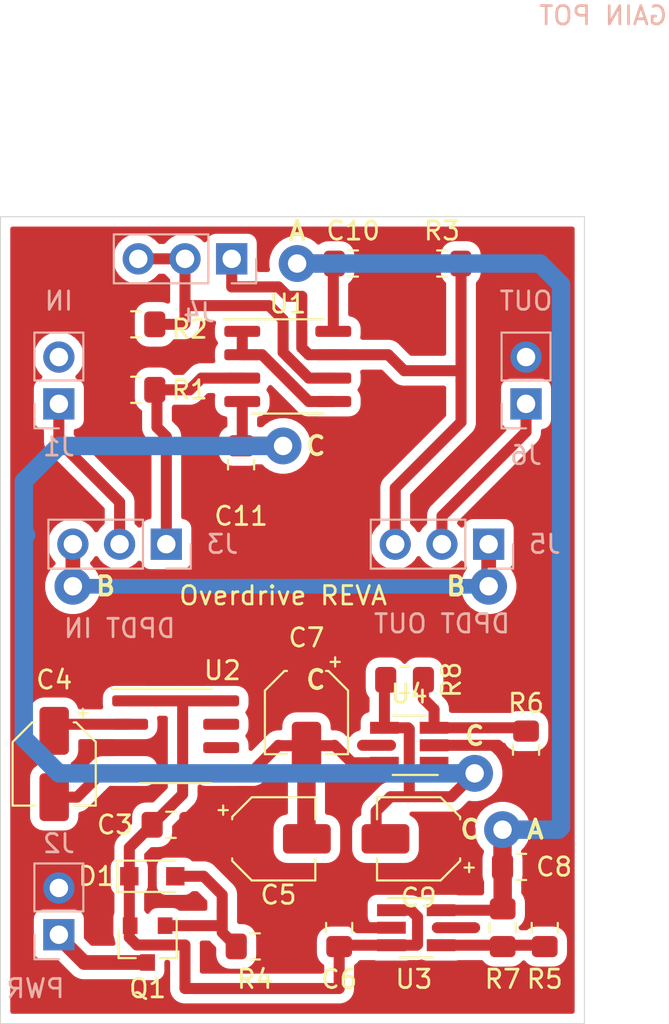
<source format=kicad_pcb>
(kicad_pcb (version 20171130) (host pcbnew 5.1.5-52549c5~84~ubuntu18.04.1)

  (general
    (thickness 1.6)
    (drawings 20)
    (tracks 147)
    (zones 0)
    (modules 29)
    (nets 23)
  )

  (page User 150.012 279.4)
  (layers
    (0 F.Cu signal)
    (31 B.Cu signal)
    (32 B.Adhes user)
    (33 F.Adhes user)
    (34 B.Paste user)
    (35 F.Paste user)
    (36 B.SilkS user)
    (37 F.SilkS user)
    (38 B.Mask user)
    (39 F.Mask user)
    (40 Dwgs.User user)
    (41 Cmts.User user)
    (42 Eco1.User user)
    (43 Eco2.User user)
    (44 Edge.Cuts user)
    (45 Margin user)
    (46 B.CrtYd user)
    (47 F.CrtYd user)
    (48 B.Fab user hide)
    (49 F.Fab user hide)
  )

  (setup
    (last_trace_width 0.25)
    (user_trace_width 0.6)
    (user_trace_width 0.8)
    (user_trace_width 1)
    (user_trace_width 1.5)
    (trace_clearance 0.2)
    (zone_clearance 0.508)
    (zone_45_only no)
    (trace_min 0.2)
    (via_size 0.8)
    (via_drill 0.4)
    (via_min_size 0.4)
    (via_min_drill 0.3)
    (user_via 2 1)
    (uvia_size 0.3)
    (uvia_drill 0.1)
    (uvias_allowed no)
    (uvia_min_size 0.2)
    (uvia_min_drill 0.1)
    (edge_width 0.05)
    (segment_width 0.2)
    (pcb_text_width 0.3)
    (pcb_text_size 1.5 1.5)
    (mod_edge_width 0.12)
    (mod_text_size 1 1)
    (mod_text_width 0.15)
    (pad_size 1.524 1.524)
    (pad_drill 0.762)
    (pad_to_mask_clearance 0.051)
    (solder_mask_min_width 0.25)
    (aux_axis_origin 0 0)
    (visible_elements FFFFFF7F)
    (pcbplotparams
      (layerselection 0x010fc_ffffffff)
      (usegerberextensions false)
      (usegerberattributes false)
      (usegerberadvancedattributes false)
      (creategerberjobfile false)
      (excludeedgelayer true)
      (linewidth 0.100000)
      (plotframeref false)
      (viasonmask false)
      (mode 1)
      (useauxorigin false)
      (hpglpennumber 1)
      (hpglpenspeed 20)
      (hpglpendiameter 15.000000)
      (psnegative false)
      (psa4output false)
      (plotreference true)
      (plotvalue true)
      (plotinvisibletext false)
      (padsonsilk false)
      (subtractmaskfromsilk false)
      (outputformat 1)
      (mirror false)
      (drillshape 1)
      (scaleselection 1)
      (outputdirectory ""))
  )

  (net 0 "")
  (net 1 GNDS)
  (net 2 /PosNeg5V_PSU/+9V_POL)
  (net 3 "Net-(C4-Pad2)")
  (net 4 "Net-(C4-Pad1)")
  (net 5 /PosNeg5V_PSU/-9V_POL)
  (net 6 +5V)
  (net 7 -5V)
  (net 8 "Net-(D1-Pad2)")
  (net 9 GND)
  (net 10 "Net-(J1-Pad1)")
  (net 11 /PosNeg5V_PSU/+9V_IN)
  (net 12 "Net-(J3-Pad3)")
  (net 13 "Net-(J4-Pad2)")
  (net 14 "Net-(J5-Pad2)")
  (net 15 "Net-(R5-Pad1)")
  (net 16 "Net-(R6-Pad1)")
  (net 17 "Net-(U1-Pad1)")
  (net 18 "Net-(U2-Pad7)")
  (net 19 "Net-(U2-Pad6)")
  (net 20 "Net-(U4-Pad1)")
  (net 21 "Net-(J3-Pad1)")
  (net 22 "Net-(J4-Pad1)")

  (net_class Default "This is the default net class."
    (clearance 0.2)
    (trace_width 0.25)
    (via_dia 0.8)
    (via_drill 0.4)
    (uvia_dia 0.3)
    (uvia_drill 0.1)
    (add_net +5V)
    (add_net -5V)
    (add_net /PosNeg5V_PSU/+9V_IN)
    (add_net /PosNeg5V_PSU/+9V_POL)
    (add_net /PosNeg5V_PSU/-9V_POL)
    (add_net GND)
    (add_net GNDS)
    (add_net "Net-(C4-Pad1)")
    (add_net "Net-(C4-Pad2)")
    (add_net "Net-(D1-Pad2)")
    (add_net "Net-(J1-Pad1)")
    (add_net "Net-(J3-Pad1)")
    (add_net "Net-(J3-Pad3)")
    (add_net "Net-(J4-Pad1)")
    (add_net "Net-(J4-Pad2)")
    (add_net "Net-(J5-Pad2)")
    (add_net "Net-(R5-Pad1)")
    (add_net "Net-(R6-Pad1)")
    (add_net "Net-(U1-Pad1)")
    (add_net "Net-(U2-Pad6)")
    (add_net "Net-(U2-Pad7)")
    (add_net "Net-(U4-Pad1)")
  )

  (module Capacitor_SMD:CP_Elec_4x5.7 (layer F.Cu) (tedit 5BCA39CF) (tstamp 5E64E072)
    (at 61.468 134.874 180)
    (descr "SMD capacitor, aluminum electrolytic, United Chemi-Con, 4.0x5.7mm")
    (tags "capacitor electrolytic")
    (path /5E6165F4/5E63DB7B)
    (attr smd)
    (fp_text reference C9 (at 0 -3.2) (layer F.SilkS)
      (effects (font (size 1 1) (thickness 0.15)))
    )
    (fp_text value 10uF (at 0 3.2) (layer F.Fab)
      (effects (font (size 1 1) (thickness 0.15)))
    )
    (fp_text user %R (at 0 0) (layer F.Fab)
      (effects (font (size 0.8 0.8) (thickness 0.12)))
    )
    (fp_line (start -3.35 1.05) (end -2.4 1.05) (layer F.CrtYd) (width 0.05))
    (fp_line (start -3.35 -1.05) (end -3.35 1.05) (layer F.CrtYd) (width 0.05))
    (fp_line (start -2.4 -1.05) (end -3.35 -1.05) (layer F.CrtYd) (width 0.05))
    (fp_line (start -2.4 1.05) (end -2.4 1.25) (layer F.CrtYd) (width 0.05))
    (fp_line (start -2.4 -1.25) (end -2.4 -1.05) (layer F.CrtYd) (width 0.05))
    (fp_line (start -2.4 -1.25) (end -1.25 -2.4) (layer F.CrtYd) (width 0.05))
    (fp_line (start -2.4 1.25) (end -1.25 2.4) (layer F.CrtYd) (width 0.05))
    (fp_line (start -1.25 -2.4) (end 2.4 -2.4) (layer F.CrtYd) (width 0.05))
    (fp_line (start -1.25 2.4) (end 2.4 2.4) (layer F.CrtYd) (width 0.05))
    (fp_line (start 2.4 1.05) (end 2.4 2.4) (layer F.CrtYd) (width 0.05))
    (fp_line (start 3.35 1.05) (end 2.4 1.05) (layer F.CrtYd) (width 0.05))
    (fp_line (start 3.35 -1.05) (end 3.35 1.05) (layer F.CrtYd) (width 0.05))
    (fp_line (start 2.4 -1.05) (end 3.35 -1.05) (layer F.CrtYd) (width 0.05))
    (fp_line (start 2.4 -2.4) (end 2.4 -1.05) (layer F.CrtYd) (width 0.05))
    (fp_line (start -2.75 -1.81) (end -2.75 -1.31) (layer F.SilkS) (width 0.12))
    (fp_line (start -3 -1.56) (end -2.5 -1.56) (layer F.SilkS) (width 0.12))
    (fp_line (start -2.26 1.195563) (end -1.195563 2.26) (layer F.SilkS) (width 0.12))
    (fp_line (start -2.26 -1.195563) (end -1.195563 -2.26) (layer F.SilkS) (width 0.12))
    (fp_line (start -2.26 -1.195563) (end -2.26 -1.06) (layer F.SilkS) (width 0.12))
    (fp_line (start -2.26 1.195563) (end -2.26 1.06) (layer F.SilkS) (width 0.12))
    (fp_line (start -1.195563 2.26) (end 2.26 2.26) (layer F.SilkS) (width 0.12))
    (fp_line (start -1.195563 -2.26) (end 2.26 -2.26) (layer F.SilkS) (width 0.12))
    (fp_line (start 2.26 -2.26) (end 2.26 -1.06) (layer F.SilkS) (width 0.12))
    (fp_line (start 2.26 2.26) (end 2.26 1.06) (layer F.SilkS) (width 0.12))
    (fp_line (start -1.374773 -1.2) (end -1.374773 -0.8) (layer F.Fab) (width 0.1))
    (fp_line (start -1.574773 -1) (end -1.174773 -1) (layer F.Fab) (width 0.1))
    (fp_line (start -2.15 1.15) (end -1.15 2.15) (layer F.Fab) (width 0.1))
    (fp_line (start -2.15 -1.15) (end -1.15 -2.15) (layer F.Fab) (width 0.1))
    (fp_line (start -2.15 -1.15) (end -2.15 1.15) (layer F.Fab) (width 0.1))
    (fp_line (start -1.15 2.15) (end 2.15 2.15) (layer F.Fab) (width 0.1))
    (fp_line (start -1.15 -2.15) (end 2.15 -2.15) (layer F.Fab) (width 0.1))
    (fp_line (start 2.15 -2.15) (end 2.15 2.15) (layer F.Fab) (width 0.1))
    (fp_circle (center 0 0) (end 2 0) (layer F.Fab) (width 0.1))
    (pad 2 smd roundrect (at 1.8 0 180) (size 2.6 1.6) (layers F.Cu F.Paste F.Mask) (roundrect_rratio 0.15625)
      (net 7 -5V))
    (pad 1 smd roundrect (at -1.8 0 180) (size 2.6 1.6) (layers F.Cu F.Paste F.Mask) (roundrect_rratio 0.15625)
      (net 1 GNDS))
    (model ${KISYS3DMOD}/Capacitor_SMD.3dshapes/CP_Elec_4x5.7.wrl
      (at (xyz 0 0 0))
      (scale (xyz 1 1 1))
      (rotate (xyz 0 0 0))
    )
  )

  (module Package_SO:SOIC-8_3.9x4.9mm_P1.27mm (layer F.Cu) (tedit 5D9F72B1) (tstamp 5E64A9AE)
    (at 54.356 109.22)
    (descr "SOIC, 8 Pin (JEDEC MS-012AA, https://www.analog.com/media/en/package-pcb-resources/package/pkg_pdf/soic_narrow-r/r_8.pdf), generated with kicad-footprint-generator ipc_gullwing_generator.py")
    (tags "SOIC SO")
    (path /5E645B4B)
    (attr smd)
    (fp_text reference U1 (at 0 -3.4) (layer F.SilkS)
      (effects (font (size 1 1) (thickness 0.15)))
    )
    (fp_text value TL072 (at 0 3.4) (layer F.Fab)
      (effects (font (size 1 1) (thickness 0.15)))
    )
    (fp_text user %R (at 0 0) (layer F.Fab)
      (effects (font (size 0.98 0.98) (thickness 0.15)))
    )
    (fp_line (start 3.7 -2.7) (end -3.7 -2.7) (layer F.CrtYd) (width 0.05))
    (fp_line (start 3.7 2.7) (end 3.7 -2.7) (layer F.CrtYd) (width 0.05))
    (fp_line (start -3.7 2.7) (end 3.7 2.7) (layer F.CrtYd) (width 0.05))
    (fp_line (start -3.7 -2.7) (end -3.7 2.7) (layer F.CrtYd) (width 0.05))
    (fp_line (start -1.95 -1.475) (end -0.975 -2.45) (layer F.Fab) (width 0.1))
    (fp_line (start -1.95 2.45) (end -1.95 -1.475) (layer F.Fab) (width 0.1))
    (fp_line (start 1.95 2.45) (end -1.95 2.45) (layer F.Fab) (width 0.1))
    (fp_line (start 1.95 -2.45) (end 1.95 2.45) (layer F.Fab) (width 0.1))
    (fp_line (start -0.975 -2.45) (end 1.95 -2.45) (layer F.Fab) (width 0.1))
    (fp_line (start 0 -2.56) (end -3.45 -2.56) (layer F.SilkS) (width 0.12))
    (fp_line (start 0 -2.56) (end 1.95 -2.56) (layer F.SilkS) (width 0.12))
    (fp_line (start 0 2.56) (end -1.95 2.56) (layer F.SilkS) (width 0.12))
    (fp_line (start 0 2.56) (end 1.95 2.56) (layer F.SilkS) (width 0.12))
    (pad 8 smd roundrect (at 2.475 -1.905) (size 1.95 0.6) (layers F.Cu F.Paste F.Mask) (roundrect_rratio 0.25)
      (net 6 +5V))
    (pad 7 smd roundrect (at 2.475 -0.635) (size 1.95 0.6) (layers F.Cu F.Paste F.Mask) (roundrect_rratio 0.25)
      (net 22 "Net-(J4-Pad1)"))
    (pad 6 smd roundrect (at 2.475 0.635) (size 1.95 0.6) (layers F.Cu F.Paste F.Mask) (roundrect_rratio 0.25)
      (net 13 "Net-(J4-Pad2)"))
    (pad 5 smd roundrect (at 2.475 1.905) (size 1.95 0.6) (layers F.Cu F.Paste F.Mask) (roundrect_rratio 0.25)
      (net 17 "Net-(U1-Pad1)"))
    (pad 4 smd roundrect (at -2.475 1.905) (size 1.95 0.6) (layers F.Cu F.Paste F.Mask) (roundrect_rratio 0.25)
      (net 7 -5V))
    (pad 3 smd roundrect (at -2.475 0.635) (size 1.95 0.6) (layers F.Cu F.Paste F.Mask) (roundrect_rratio 0.25)
      (net 21 "Net-(J3-Pad1)"))
    (pad 2 smd roundrect (at -2.475 -0.635) (size 1.95 0.6) (layers F.Cu F.Paste F.Mask) (roundrect_rratio 0.25)
      (net 17 "Net-(U1-Pad1)"))
    (pad 1 smd roundrect (at -2.475 -1.905) (size 1.95 0.6) (layers F.Cu F.Paste F.Mask) (roundrect_rratio 0.25)
      (net 17 "Net-(U1-Pad1)"))
    (model ${KISYS3DMOD}/Package_SO.3dshapes/SOIC-8_3.9x4.9mm_P1.27mm.wrl
      (at (xyz 0 0 0))
      (scale (xyz 1 1 1))
      (rotate (xyz 0 0 0))
    )
  )

  (module Resistor_SMD:R_0805_2012Metric_Pad1.15x1.40mm_HandSolder (layer F.Cu) (tedit 5B36C52B) (tstamp 5E603678)
    (at 62.738 103.632 180)
    (descr "Resistor SMD 0805 (2012 Metric), square (rectangular) end terminal, IPC_7351 nominal with elongated pad for handsoldering. (Body size source: https://docs.google.com/spreadsheets/d/1BsfQQcO9C6DZCsRaXUlFlo91Tg2WpOkGARC1WS5S8t0/edit?usp=sharing), generated with kicad-footprint-generator")
    (tags "resistor handsolder")
    (path /5E60389F)
    (attr smd)
    (fp_text reference R3 (at 0 1.778) (layer F.SilkS)
      (effects (font (size 1 1) (thickness 0.15)))
    )
    (fp_text value 10K (at 0 1.65) (layer F.Fab)
      (effects (font (size 1 1) (thickness 0.15)))
    )
    (fp_text user %R (at 0 0) (layer F.Fab)
      (effects (font (size 0.5 0.5) (thickness 0.08)))
    )
    (fp_line (start 1.85 0.95) (end -1.85 0.95) (layer F.CrtYd) (width 0.05))
    (fp_line (start 1.85 -0.95) (end 1.85 0.95) (layer F.CrtYd) (width 0.05))
    (fp_line (start -1.85 -0.95) (end 1.85 -0.95) (layer F.CrtYd) (width 0.05))
    (fp_line (start -1.85 0.95) (end -1.85 -0.95) (layer F.CrtYd) (width 0.05))
    (fp_line (start -0.261252 0.71) (end 0.261252 0.71) (layer F.SilkS) (width 0.12))
    (fp_line (start -0.261252 -0.71) (end 0.261252 -0.71) (layer F.SilkS) (width 0.12))
    (fp_line (start 1 0.6) (end -1 0.6) (layer F.Fab) (width 0.1))
    (fp_line (start 1 -0.6) (end 1 0.6) (layer F.Fab) (width 0.1))
    (fp_line (start -1 -0.6) (end 1 -0.6) (layer F.Fab) (width 0.1))
    (fp_line (start -1 0.6) (end -1 -0.6) (layer F.Fab) (width 0.1))
    (pad 2 smd roundrect (at 1.025 0 180) (size 1.15 1.4) (layers F.Cu F.Paste F.Mask) (roundrect_rratio 0.217391)
      (net 1 GNDS))
    (pad 1 smd roundrect (at -1.025 0 180) (size 1.15 1.4) (layers F.Cu F.Paste F.Mask) (roundrect_rratio 0.217391)
      (net 22 "Net-(J4-Pad1)"))
    (model ${KISYS3DMOD}/Resistor_SMD.3dshapes/R_0805_2012Metric.wrl
      (at (xyz 0 0 0))
      (scale (xyz 1 1 1))
      (rotate (xyz 0 0 0))
    )
  )

  (module Resistor_SMD:R_0805_2012Metric_Pad1.15x1.40mm_HandSolder (layer F.Cu) (tedit 5B36C52B) (tstamp 5E603667)
    (at 46.101 106.934 180)
    (descr "Resistor SMD 0805 (2012 Metric), square (rectangular) end terminal, IPC_7351 nominal with elongated pad for handsoldering. (Body size source: https://docs.google.com/spreadsheets/d/1BsfQQcO9C6DZCsRaXUlFlo91Tg2WpOkGARC1WS5S8t0/edit?usp=sharing), generated with kicad-footprint-generator")
    (tags "resistor handsolder")
    (path /5E60257F)
    (attr smd)
    (fp_text reference R2 (at -2.921 -0.254) (layer F.SilkS)
      (effects (font (size 1 1) (thickness 0.15)))
    )
    (fp_text value 2K7 (at 0 1.65) (layer F.Fab)
      (effects (font (size 1 1) (thickness 0.15)))
    )
    (fp_text user %R (at 0 0) (layer F.Fab)
      (effects (font (size 0.5 0.5) (thickness 0.08)))
    )
    (fp_line (start 1.85 0.95) (end -1.85 0.95) (layer F.CrtYd) (width 0.05))
    (fp_line (start 1.85 -0.95) (end 1.85 0.95) (layer F.CrtYd) (width 0.05))
    (fp_line (start -1.85 -0.95) (end 1.85 -0.95) (layer F.CrtYd) (width 0.05))
    (fp_line (start -1.85 0.95) (end -1.85 -0.95) (layer F.CrtYd) (width 0.05))
    (fp_line (start -0.261252 0.71) (end 0.261252 0.71) (layer F.SilkS) (width 0.12))
    (fp_line (start -0.261252 -0.71) (end 0.261252 -0.71) (layer F.SilkS) (width 0.12))
    (fp_line (start 1 0.6) (end -1 0.6) (layer F.Fab) (width 0.1))
    (fp_line (start 1 -0.6) (end 1 0.6) (layer F.Fab) (width 0.1))
    (fp_line (start -1 -0.6) (end 1 -0.6) (layer F.Fab) (width 0.1))
    (fp_line (start -1 0.6) (end -1 -0.6) (layer F.Fab) (width 0.1))
    (pad 2 smd roundrect (at 1.025 0 180) (size 1.15 1.4) (layers F.Cu F.Paste F.Mask) (roundrect_rratio 0.217391)
      (net 1 GNDS))
    (pad 1 smd roundrect (at -1.025 0 180) (size 1.15 1.4) (layers F.Cu F.Paste F.Mask) (roundrect_rratio 0.217391)
      (net 13 "Net-(J4-Pad2)"))
    (model ${KISYS3DMOD}/Resistor_SMD.3dshapes/R_0805_2012Metric.wrl
      (at (xyz 0 0 0))
      (scale (xyz 1 1 1))
      (rotate (xyz 0 0 0))
    )
  )

  (module Resistor_SMD:R_0805_2012Metric_Pad1.15x1.40mm_HandSolder (layer F.Cu) (tedit 5B36C52B) (tstamp 5E6036AB)
    (at 67.31 130.048 270)
    (descr "Resistor SMD 0805 (2012 Metric), square (rectangular) end terminal, IPC_7351 nominal with elongated pad for handsoldering. (Body size source: https://docs.google.com/spreadsheets/d/1BsfQQcO9C6DZCsRaXUlFlo91Tg2WpOkGARC1WS5S8t0/edit?usp=sharing), generated with kicad-footprint-generator")
    (tags "resistor handsolder")
    (path /5E6165F4/5E62DA8C)
    (attr smd)
    (fp_text reference R6 (at -2.54 0 180) (layer F.SilkS)
      (effects (font (size 1 1) (thickness 0.15)))
    )
    (fp_text value 1K (at 0 1.65 90) (layer F.Fab)
      (effects (font (size 1 1) (thickness 0.15)))
    )
    (fp_text user %R (at 0 0 90) (layer F.Fab)
      (effects (font (size 0.5 0.5) (thickness 0.08)))
    )
    (fp_line (start 1.85 0.95) (end -1.85 0.95) (layer F.CrtYd) (width 0.05))
    (fp_line (start 1.85 -0.95) (end 1.85 0.95) (layer F.CrtYd) (width 0.05))
    (fp_line (start -1.85 -0.95) (end 1.85 -0.95) (layer F.CrtYd) (width 0.05))
    (fp_line (start -1.85 0.95) (end -1.85 -0.95) (layer F.CrtYd) (width 0.05))
    (fp_line (start -0.261252 0.71) (end 0.261252 0.71) (layer F.SilkS) (width 0.12))
    (fp_line (start -0.261252 -0.71) (end 0.261252 -0.71) (layer F.SilkS) (width 0.12))
    (fp_line (start 1 0.6) (end -1 0.6) (layer F.Fab) (width 0.1))
    (fp_line (start 1 -0.6) (end 1 0.6) (layer F.Fab) (width 0.1))
    (fp_line (start -1 -0.6) (end 1 -0.6) (layer F.Fab) (width 0.1))
    (fp_line (start -1 0.6) (end -1 -0.6) (layer F.Fab) (width 0.1))
    (pad 2 smd roundrect (at 1.025 0 270) (size 1.15 1.4) (layers F.Cu F.Paste F.Mask) (roundrect_rratio 0.217391)
      (net 1 GNDS))
    (pad 1 smd roundrect (at -1.025 0 270) (size 1.15 1.4) (layers F.Cu F.Paste F.Mask) (roundrect_rratio 0.217391)
      (net 16 "Net-(R6-Pad1)"))
    (model ${KISYS3DMOD}/Resistor_SMD.3dshapes/R_0805_2012Metric.wrl
      (at (xyz 0 0 0))
      (scale (xyz 1 1 1))
      (rotate (xyz 0 0 0))
    )
  )

  (module Diode_SMD:D_SOD-323_HandSoldering (layer F.Cu) (tedit 58641869) (tstamp 5E6035A9)
    (at 46.99 136.906)
    (descr SOD-323)
    (tags SOD-323)
    (path /5E6165F4/5E618F09)
    (attr smd)
    (fp_text reference D1 (at -3.048 0) (layer F.SilkS)
      (effects (font (size 1 1) (thickness 0.15)))
    )
    (fp_text value 10V (at 0.1 1.9) (layer F.Fab)
      (effects (font (size 1 1) (thickness 0.15)))
    )
    (fp_line (start -1.9 -0.85) (end 1.25 -0.85) (layer F.SilkS) (width 0.12))
    (fp_line (start -1.9 0.85) (end 1.25 0.85) (layer F.SilkS) (width 0.12))
    (fp_line (start -2 -0.95) (end -2 0.95) (layer F.CrtYd) (width 0.05))
    (fp_line (start -2 0.95) (end 2 0.95) (layer F.CrtYd) (width 0.05))
    (fp_line (start 2 -0.95) (end 2 0.95) (layer F.CrtYd) (width 0.05))
    (fp_line (start -2 -0.95) (end 2 -0.95) (layer F.CrtYd) (width 0.05))
    (fp_line (start -0.9 -0.7) (end 0.9 -0.7) (layer F.Fab) (width 0.1))
    (fp_line (start 0.9 -0.7) (end 0.9 0.7) (layer F.Fab) (width 0.1))
    (fp_line (start 0.9 0.7) (end -0.9 0.7) (layer F.Fab) (width 0.1))
    (fp_line (start -0.9 0.7) (end -0.9 -0.7) (layer F.Fab) (width 0.1))
    (fp_line (start -0.3 -0.35) (end -0.3 0.35) (layer F.Fab) (width 0.1))
    (fp_line (start -0.3 0) (end -0.5 0) (layer F.Fab) (width 0.1))
    (fp_line (start -0.3 0) (end 0.2 -0.35) (layer F.Fab) (width 0.1))
    (fp_line (start 0.2 -0.35) (end 0.2 0.35) (layer F.Fab) (width 0.1))
    (fp_line (start 0.2 0.35) (end -0.3 0) (layer F.Fab) (width 0.1))
    (fp_line (start 0.2 0) (end 0.45 0) (layer F.Fab) (width 0.1))
    (fp_line (start -1.9 -0.85) (end -1.9 0.85) (layer F.SilkS) (width 0.12))
    (fp_text user %R (at 0 -1.85) (layer F.Fab)
      (effects (font (size 1 1) (thickness 0.15)))
    )
    (pad 2 smd rect (at 1.25 0) (size 1 1) (layers F.Cu F.Paste F.Mask)
      (net 8 "Net-(D1-Pad2)"))
    (pad 1 smd rect (at -1.25 0) (size 1 1) (layers F.Cu F.Paste F.Mask)
      (net 2 /PosNeg5V_PSU/+9V_POL))
    (model ${KISYS3DMOD}/Diode_SMD.3dshapes/D_SOD-323.wrl
      (at (xyz 0 0 0))
      (scale (xyz 1 1 1))
      (rotate (xyz 0 0 0))
    )
  )

  (module Resistor_SMD:R_0805_2012Metric_Pad1.15x1.40mm_HandSolder (layer F.Cu) (tedit 5B36C52B) (tstamp 5E603689)
    (at 52.578 140.716)
    (descr "Resistor SMD 0805 (2012 Metric), square (rectangular) end terminal, IPC_7351 nominal with elongated pad for handsoldering. (Body size source: https://docs.google.com/spreadsheets/d/1BsfQQcO9C6DZCsRaXUlFlo91Tg2WpOkGARC1WS5S8t0/edit?usp=sharing), generated with kicad-footprint-generator")
    (tags "resistor handsolder")
    (path /5E6165F4/5E618F0F)
    (attr smd)
    (fp_text reference R4 (at 0 1.778) (layer F.SilkS)
      (effects (font (size 1 1) (thickness 0.15)))
    )
    (fp_text value 100K (at 0 1.65) (layer F.Fab)
      (effects (font (size 1 1) (thickness 0.15)))
    )
    (fp_text user %R (at 0 0) (layer F.Fab)
      (effects (font (size 0.5 0.5) (thickness 0.08)))
    )
    (fp_line (start 1.85 0.95) (end -1.85 0.95) (layer F.CrtYd) (width 0.05))
    (fp_line (start 1.85 -0.95) (end 1.85 0.95) (layer F.CrtYd) (width 0.05))
    (fp_line (start -1.85 -0.95) (end 1.85 -0.95) (layer F.CrtYd) (width 0.05))
    (fp_line (start -1.85 0.95) (end -1.85 -0.95) (layer F.CrtYd) (width 0.05))
    (fp_line (start -0.261252 0.71) (end 0.261252 0.71) (layer F.SilkS) (width 0.12))
    (fp_line (start -0.261252 -0.71) (end 0.261252 -0.71) (layer F.SilkS) (width 0.12))
    (fp_line (start 1 0.6) (end -1 0.6) (layer F.Fab) (width 0.1))
    (fp_line (start 1 -0.6) (end 1 0.6) (layer F.Fab) (width 0.1))
    (fp_line (start -1 -0.6) (end 1 -0.6) (layer F.Fab) (width 0.1))
    (fp_line (start -1 0.6) (end -1 -0.6) (layer F.Fab) (width 0.1))
    (pad 2 smd roundrect (at 1.025 0) (size 1.15 1.4) (layers F.Cu F.Paste F.Mask) (roundrect_rratio 0.217391)
      (net 1 GNDS))
    (pad 1 smd roundrect (at -1.025 0) (size 1.15 1.4) (layers F.Cu F.Paste F.Mask) (roundrect_rratio 0.217391)
      (net 8 "Net-(D1-Pad2)"))
    (model ${KISYS3DMOD}/Resistor_SMD.3dshapes/R_0805_2012Metric.wrl
      (at (xyz 0 0 0))
      (scale (xyz 1 1 1))
      (rotate (xyz 0 0 0))
    )
  )

  (module Resistor_SMD:R_0805_2012Metric_Pad1.15x1.40mm_HandSolder (layer F.Cu) (tedit 5B36C52B) (tstamp 5E6036BC)
    (at 66.04 139.7 270)
    (descr "Resistor SMD 0805 (2012 Metric), square (rectangular) end terminal, IPC_7351 nominal with elongated pad for handsoldering. (Body size source: https://docs.google.com/spreadsheets/d/1BsfQQcO9C6DZCsRaXUlFlo91Tg2WpOkGARC1WS5S8t0/edit?usp=sharing), generated with kicad-footprint-generator")
    (tags "resistor handsolder")
    (path /5E6165F4/5E61A3C3)
    (attr smd)
    (fp_text reference R7 (at 2.794 0 180) (layer F.SilkS)
      (effects (font (size 1 1) (thickness 0.15)))
    )
    (fp_text value 1K (at 0 1.65 90) (layer F.Fab)
      (effects (font (size 1 1) (thickness 0.15)))
    )
    (fp_text user %R (at 0 0 90) (layer F.Fab)
      (effects (font (size 0.5 0.5) (thickness 0.08)))
    )
    (fp_line (start 1.85 0.95) (end -1.85 0.95) (layer F.CrtYd) (width 0.05))
    (fp_line (start 1.85 -0.95) (end 1.85 0.95) (layer F.CrtYd) (width 0.05))
    (fp_line (start -1.85 -0.95) (end 1.85 -0.95) (layer F.CrtYd) (width 0.05))
    (fp_line (start -1.85 0.95) (end -1.85 -0.95) (layer F.CrtYd) (width 0.05))
    (fp_line (start -0.261252 0.71) (end 0.261252 0.71) (layer F.SilkS) (width 0.12))
    (fp_line (start -0.261252 -0.71) (end 0.261252 -0.71) (layer F.SilkS) (width 0.12))
    (fp_line (start 1 0.6) (end -1 0.6) (layer F.Fab) (width 0.1))
    (fp_line (start 1 -0.6) (end 1 0.6) (layer F.Fab) (width 0.1))
    (fp_line (start -1 -0.6) (end 1 -0.6) (layer F.Fab) (width 0.1))
    (fp_line (start -1 0.6) (end -1 -0.6) (layer F.Fab) (width 0.1))
    (pad 2 smd roundrect (at 1.025 0 270) (size 1.15 1.4) (layers F.Cu F.Paste F.Mask) (roundrect_rratio 0.217391)
      (net 15 "Net-(R5-Pad1)"))
    (pad 1 smd roundrect (at -1.025 0 270) (size 1.15 1.4) (layers F.Cu F.Paste F.Mask) (roundrect_rratio 0.217391)
      (net 6 +5V))
    (model ${KISYS3DMOD}/Resistor_SMD.3dshapes/R_0805_2012Metric.wrl
      (at (xyz 0 0 0))
      (scale (xyz 1 1 1))
      (rotate (xyz 0 0 0))
    )
  )

  (module Resistor_SMD:R_0805_2012Metric_Pad1.15x1.40mm_HandSolder (layer F.Cu) (tedit 5B36C52B) (tstamp 5E6036CD)
    (at 60.706 126.238)
    (descr "Resistor SMD 0805 (2012 Metric), square (rectangular) end terminal, IPC_7351 nominal with elongated pad for handsoldering. (Body size source: https://docs.google.com/spreadsheets/d/1BsfQQcO9C6DZCsRaXUlFlo91Tg2WpOkGARC1WS5S8t0/edit?usp=sharing), generated with kicad-footprint-generator")
    (tags "resistor handsolder")
    (path /5E6165F4/5E62DA86)
    (attr smd)
    (fp_text reference R8 (at 2.54 0 270) (layer F.SilkS)
      (effects (font (size 1 1) (thickness 0.15)))
    )
    (fp_text value 330R (at 0 1.65) (layer F.Fab)
      (effects (font (size 1 1) (thickness 0.15)))
    )
    (fp_text user %R (at 0 0) (layer F.Fab)
      (effects (font (size 0.5 0.5) (thickness 0.08)))
    )
    (fp_line (start 1.85 0.95) (end -1.85 0.95) (layer F.CrtYd) (width 0.05))
    (fp_line (start 1.85 -0.95) (end 1.85 0.95) (layer F.CrtYd) (width 0.05))
    (fp_line (start -1.85 -0.95) (end 1.85 -0.95) (layer F.CrtYd) (width 0.05))
    (fp_line (start -1.85 0.95) (end -1.85 -0.95) (layer F.CrtYd) (width 0.05))
    (fp_line (start -0.261252 0.71) (end 0.261252 0.71) (layer F.SilkS) (width 0.12))
    (fp_line (start -0.261252 -0.71) (end 0.261252 -0.71) (layer F.SilkS) (width 0.12))
    (fp_line (start 1 0.6) (end -1 0.6) (layer F.Fab) (width 0.1))
    (fp_line (start 1 -0.6) (end 1 0.6) (layer F.Fab) (width 0.1))
    (fp_line (start -1 -0.6) (end 1 -0.6) (layer F.Fab) (width 0.1))
    (fp_line (start -1 0.6) (end -1 -0.6) (layer F.Fab) (width 0.1))
    (pad 2 smd roundrect (at 1.025 0) (size 1.15 1.4) (layers F.Cu F.Paste F.Mask) (roundrect_rratio 0.217391)
      (net 16 "Net-(R6-Pad1)"))
    (pad 1 smd roundrect (at -1.025 0) (size 1.15 1.4) (layers F.Cu F.Paste F.Mask) (roundrect_rratio 0.217391)
      (net 7 -5V))
    (model ${KISYS3DMOD}/Resistor_SMD.3dshapes/R_0805_2012Metric.wrl
      (at (xyz 0 0 0))
      (scale (xyz 1 1 1))
      (rotate (xyz 0 0 0))
    )
  )

  (module Resistor_SMD:R_0805_2012Metric_Pad1.15x1.40mm_HandSolder (layer F.Cu) (tedit 5B36C52B) (tstamp 5E60369A)
    (at 68.326 139.7 90)
    (descr "Resistor SMD 0805 (2012 Metric), square (rectangular) end terminal, IPC_7351 nominal with elongated pad for handsoldering. (Body size source: https://docs.google.com/spreadsheets/d/1BsfQQcO9C6DZCsRaXUlFlo91Tg2WpOkGARC1WS5S8t0/edit?usp=sharing), generated with kicad-footprint-generator")
    (tags "resistor handsolder")
    (path /5E6165F4/5E61A7F8)
    (attr smd)
    (fp_text reference R5 (at -2.794 0 180) (layer F.SilkS)
      (effects (font (size 1 1) (thickness 0.15)))
    )
    (fp_text value 330R (at 0 1.65 90) (layer F.Fab)
      (effects (font (size 1 1) (thickness 0.15)))
    )
    (fp_text user %R (at 0 0 90) (layer F.Fab)
      (effects (font (size 0.5 0.5) (thickness 0.08)))
    )
    (fp_line (start 1.85 0.95) (end -1.85 0.95) (layer F.CrtYd) (width 0.05))
    (fp_line (start 1.85 -0.95) (end 1.85 0.95) (layer F.CrtYd) (width 0.05))
    (fp_line (start -1.85 -0.95) (end 1.85 -0.95) (layer F.CrtYd) (width 0.05))
    (fp_line (start -1.85 0.95) (end -1.85 -0.95) (layer F.CrtYd) (width 0.05))
    (fp_line (start -0.261252 0.71) (end 0.261252 0.71) (layer F.SilkS) (width 0.12))
    (fp_line (start -0.261252 -0.71) (end 0.261252 -0.71) (layer F.SilkS) (width 0.12))
    (fp_line (start 1 0.6) (end -1 0.6) (layer F.Fab) (width 0.1))
    (fp_line (start 1 -0.6) (end 1 0.6) (layer F.Fab) (width 0.1))
    (fp_line (start -1 -0.6) (end 1 -0.6) (layer F.Fab) (width 0.1))
    (fp_line (start -1 0.6) (end -1 -0.6) (layer F.Fab) (width 0.1))
    (pad 2 smd roundrect (at 1.025 0 90) (size 1.15 1.4) (layers F.Cu F.Paste F.Mask) (roundrect_rratio 0.217391)
      (net 1 GNDS))
    (pad 1 smd roundrect (at -1.025 0 90) (size 1.15 1.4) (layers F.Cu F.Paste F.Mask) (roundrect_rratio 0.217391)
      (net 15 "Net-(R5-Pad1)"))
    (model ${KISYS3DMOD}/Resistor_SMD.3dshapes/R_0805_2012Metric.wrl
      (at (xyz 0 0 0))
      (scale (xyz 1 1 1))
      (rotate (xyz 0 0 0))
    )
  )

  (module Resistor_SMD:R_0805_2012Metric_Pad1.15x1.40mm_HandSolder (layer F.Cu) (tedit 5B36C52B) (tstamp 5E603656)
    (at 46.101 110.49 180)
    (descr "Resistor SMD 0805 (2012 Metric), square (rectangular) end terminal, IPC_7351 nominal with elongated pad for handsoldering. (Body size source: https://docs.google.com/spreadsheets/d/1BsfQQcO9C6DZCsRaXUlFlo91Tg2WpOkGARC1WS5S8t0/edit?usp=sharing), generated with kicad-footprint-generator")
    (tags "resistor handsolder")
    (path /5E66BD48)
    (attr smd)
    (fp_text reference R1 (at -2.921 0) (layer F.SilkS)
      (effects (font (size 1 1) (thickness 0.15)))
    )
    (fp_text value 22M (at 0 1.65) (layer F.Fab)
      (effects (font (size 1 1) (thickness 0.15)))
    )
    (fp_text user %R (at 0 0) (layer F.Fab)
      (effects (font (size 0.5 0.5) (thickness 0.08)))
    )
    (fp_line (start 1.85 0.95) (end -1.85 0.95) (layer F.CrtYd) (width 0.05))
    (fp_line (start 1.85 -0.95) (end 1.85 0.95) (layer F.CrtYd) (width 0.05))
    (fp_line (start -1.85 -0.95) (end 1.85 -0.95) (layer F.CrtYd) (width 0.05))
    (fp_line (start -1.85 0.95) (end -1.85 -0.95) (layer F.CrtYd) (width 0.05))
    (fp_line (start -0.261252 0.71) (end 0.261252 0.71) (layer F.SilkS) (width 0.12))
    (fp_line (start -0.261252 -0.71) (end 0.261252 -0.71) (layer F.SilkS) (width 0.12))
    (fp_line (start 1 0.6) (end -1 0.6) (layer F.Fab) (width 0.1))
    (fp_line (start 1 -0.6) (end 1 0.6) (layer F.Fab) (width 0.1))
    (fp_line (start -1 -0.6) (end 1 -0.6) (layer F.Fab) (width 0.1))
    (fp_line (start -1 0.6) (end -1 -0.6) (layer F.Fab) (width 0.1))
    (pad 2 smd roundrect (at 1.025 0 180) (size 1.15 1.4) (layers F.Cu F.Paste F.Mask) (roundrect_rratio 0.217391)
      (net 1 GNDS))
    (pad 1 smd roundrect (at -1.025 0 180) (size 1.15 1.4) (layers F.Cu F.Paste F.Mask) (roundrect_rratio 0.217391)
      (net 21 "Net-(J3-Pad1)"))
    (model ${KISYS3DMOD}/Resistor_SMD.3dshapes/R_0805_2012Metric.wrl
      (at (xyz 0 0 0))
      (scale (xyz 1 1 1))
      (rotate (xyz 0 0 0))
    )
  )

  (module Capacitor_SMD:C_0805_2012Metric_Pad1.15x1.40mm_HandSolder (layer F.Cu) (tedit 5B36C52B) (tstamp 5E603590)
    (at 51.816 114.554 270)
    (descr "Capacitor SMD 0805 (2012 Metric), square (rectangular) end terminal, IPC_7351 nominal with elongated pad for handsoldering. (Body size source: https://docs.google.com/spreadsheets/d/1BsfQQcO9C6DZCsRaXUlFlo91Tg2WpOkGARC1WS5S8t0/edit?usp=sharing), generated with kicad-footprint-generator")
    (tags "capacitor handsolder")
    (path /5E6165F4/5E6C1755)
    (attr smd)
    (fp_text reference C11 (at 2.794 0 180) (layer F.SilkS)
      (effects (font (size 1 1) (thickness 0.15)))
    )
    (fp_text value 100nF (at 0 1.65 90) (layer F.Fab)
      (effects (font (size 1 1) (thickness 0.15)))
    )
    (fp_text user %R (at 0 0 90) (layer F.Fab)
      (effects (font (size 0.5 0.5) (thickness 0.08)))
    )
    (fp_line (start 1.85 0.95) (end -1.85 0.95) (layer F.CrtYd) (width 0.05))
    (fp_line (start 1.85 -0.95) (end 1.85 0.95) (layer F.CrtYd) (width 0.05))
    (fp_line (start -1.85 -0.95) (end 1.85 -0.95) (layer F.CrtYd) (width 0.05))
    (fp_line (start -1.85 0.95) (end -1.85 -0.95) (layer F.CrtYd) (width 0.05))
    (fp_line (start -0.261252 0.71) (end 0.261252 0.71) (layer F.SilkS) (width 0.12))
    (fp_line (start -0.261252 -0.71) (end 0.261252 -0.71) (layer F.SilkS) (width 0.12))
    (fp_line (start 1 0.6) (end -1 0.6) (layer F.Fab) (width 0.1))
    (fp_line (start 1 -0.6) (end 1 0.6) (layer F.Fab) (width 0.1))
    (fp_line (start -1 -0.6) (end 1 -0.6) (layer F.Fab) (width 0.1))
    (fp_line (start -1 0.6) (end -1 -0.6) (layer F.Fab) (width 0.1))
    (pad 2 smd roundrect (at 1.025 0 270) (size 1.15 1.4) (layers F.Cu F.Paste F.Mask) (roundrect_rratio 0.217391)
      (net 1 GNDS))
    (pad 1 smd roundrect (at -1.025 0 270) (size 1.15 1.4) (layers F.Cu F.Paste F.Mask) (roundrect_rratio 0.217391)
      (net 7 -5V))
    (model ${KISYS3DMOD}/Capacitor_SMD.3dshapes/C_0805_2012Metric.wrl
      (at (xyz 0 0 0))
      (scale (xyz 1 1 1))
      (rotate (xyz 0 0 0))
    )
  )

  (module Capacitor_SMD:C_0805_2012Metric_Pad1.15x1.40mm_HandSolder (layer F.Cu) (tedit 5B36C52B) (tstamp 5E60357F)
    (at 57.912 103.632)
    (descr "Capacitor SMD 0805 (2012 Metric), square (rectangular) end terminal, IPC_7351 nominal with elongated pad for handsoldering. (Body size source: https://docs.google.com/spreadsheets/d/1BsfQQcO9C6DZCsRaXUlFlo91Tg2WpOkGARC1WS5S8t0/edit?usp=sharing), generated with kicad-footprint-generator")
    (tags "capacitor handsolder")
    (path /5E6165F4/5E6BDE65)
    (attr smd)
    (fp_text reference C10 (at 0 -1.778) (layer F.SilkS)
      (effects (font (size 1 1) (thickness 0.15)))
    )
    (fp_text value 100nF (at 0 1.65) (layer F.Fab)
      (effects (font (size 1 1) (thickness 0.15)))
    )
    (fp_text user %R (at 0 0) (layer F.Fab)
      (effects (font (size 0.5 0.5) (thickness 0.08)))
    )
    (fp_line (start 1.85 0.95) (end -1.85 0.95) (layer F.CrtYd) (width 0.05))
    (fp_line (start 1.85 -0.95) (end 1.85 0.95) (layer F.CrtYd) (width 0.05))
    (fp_line (start -1.85 -0.95) (end 1.85 -0.95) (layer F.CrtYd) (width 0.05))
    (fp_line (start -1.85 0.95) (end -1.85 -0.95) (layer F.CrtYd) (width 0.05))
    (fp_line (start -0.261252 0.71) (end 0.261252 0.71) (layer F.SilkS) (width 0.12))
    (fp_line (start -0.261252 -0.71) (end 0.261252 -0.71) (layer F.SilkS) (width 0.12))
    (fp_line (start 1 0.6) (end -1 0.6) (layer F.Fab) (width 0.1))
    (fp_line (start 1 -0.6) (end 1 0.6) (layer F.Fab) (width 0.1))
    (fp_line (start -1 -0.6) (end 1 -0.6) (layer F.Fab) (width 0.1))
    (fp_line (start -1 0.6) (end -1 -0.6) (layer F.Fab) (width 0.1))
    (pad 2 smd roundrect (at 1.025 0) (size 1.15 1.4) (layers F.Cu F.Paste F.Mask) (roundrect_rratio 0.217391)
      (net 1 GNDS))
    (pad 1 smd roundrect (at -1.025 0) (size 1.15 1.4) (layers F.Cu F.Paste F.Mask) (roundrect_rratio 0.217391)
      (net 6 +5V))
    (model ${KISYS3DMOD}/Capacitor_SMD.3dshapes/C_0805_2012Metric.wrl
      (at (xyz 0 0 0))
      (scale (xyz 1 1 1))
      (rotate (xyz 0 0 0))
    )
  )

  (module Capacitor_SMD:C_0805_2012Metric_Pad1.15x1.40mm_HandSolder (layer F.Cu) (tedit 5B36C52B) (tstamp 5E603546)
    (at 67.056 136.398)
    (descr "Capacitor SMD 0805 (2012 Metric), square (rectangular) end terminal, IPC_7351 nominal with elongated pad for handsoldering. (Body size source: https://docs.google.com/spreadsheets/d/1BsfQQcO9C6DZCsRaXUlFlo91Tg2WpOkGARC1WS5S8t0/edit?usp=sharing), generated with kicad-footprint-generator")
    (tags "capacitor handsolder")
    (path /5E6165F4/5E621A15)
    (attr smd)
    (fp_text reference C8 (at 1.778 0) (layer F.SilkS)
      (effects (font (size 1 1) (thickness 0.15)))
    )
    (fp_text value 2.2uF (at 0 1.65) (layer F.Fab)
      (effects (font (size 1 1) (thickness 0.15)))
    )
    (fp_text user %R (at 0 0) (layer F.Fab)
      (effects (font (size 0.5 0.5) (thickness 0.08)))
    )
    (fp_line (start 1.85 0.95) (end -1.85 0.95) (layer F.CrtYd) (width 0.05))
    (fp_line (start 1.85 -0.95) (end 1.85 0.95) (layer F.CrtYd) (width 0.05))
    (fp_line (start -1.85 -0.95) (end 1.85 -0.95) (layer F.CrtYd) (width 0.05))
    (fp_line (start -1.85 0.95) (end -1.85 -0.95) (layer F.CrtYd) (width 0.05))
    (fp_line (start -0.261252 0.71) (end 0.261252 0.71) (layer F.SilkS) (width 0.12))
    (fp_line (start -0.261252 -0.71) (end 0.261252 -0.71) (layer F.SilkS) (width 0.12))
    (fp_line (start 1 0.6) (end -1 0.6) (layer F.Fab) (width 0.1))
    (fp_line (start 1 -0.6) (end 1 0.6) (layer F.Fab) (width 0.1))
    (fp_line (start -1 -0.6) (end 1 -0.6) (layer F.Fab) (width 0.1))
    (fp_line (start -1 0.6) (end -1 -0.6) (layer F.Fab) (width 0.1))
    (pad 2 smd roundrect (at 1.025 0) (size 1.15 1.4) (layers F.Cu F.Paste F.Mask) (roundrect_rratio 0.217391)
      (net 1 GNDS))
    (pad 1 smd roundrect (at -1.025 0) (size 1.15 1.4) (layers F.Cu F.Paste F.Mask) (roundrect_rratio 0.217391)
      (net 6 +5V))
    (model ${KISYS3DMOD}/Capacitor_SMD.3dshapes/C_0805_2012Metric.wrl
      (at (xyz 0 0 0))
      (scale (xyz 1 1 1))
      (rotate (xyz 0 0 0))
    )
  )

  (module Capacitor_SMD:C_0805_2012Metric_Pad1.15x1.40mm_HandSolder (layer F.Cu) (tedit 5B36C52B) (tstamp 5E60350D)
    (at 57.15 139.7 90)
    (descr "Capacitor SMD 0805 (2012 Metric), square (rectangular) end terminal, IPC_7351 nominal with elongated pad for handsoldering. (Body size source: https://docs.google.com/spreadsheets/d/1BsfQQcO9C6DZCsRaXUlFlo91Tg2WpOkGARC1WS5S8t0/edit?usp=sharing), generated with kicad-footprint-generator")
    (tags "capacitor handsolder")
    (path /5E6165F4/5E61D0A8)
    (attr smd)
    (fp_text reference C6 (at -2.794 0 180) (layer F.SilkS)
      (effects (font (size 1 1) (thickness 0.15)))
    )
    (fp_text value 1uF (at 0 1.65 90) (layer F.Fab)
      (effects (font (size 1 1) (thickness 0.15)))
    )
    (fp_text user %R (at 0 0 90) (layer F.Fab)
      (effects (font (size 0.5 0.5) (thickness 0.08)))
    )
    (fp_line (start 1.85 0.95) (end -1.85 0.95) (layer F.CrtYd) (width 0.05))
    (fp_line (start 1.85 -0.95) (end 1.85 0.95) (layer F.CrtYd) (width 0.05))
    (fp_line (start -1.85 -0.95) (end 1.85 -0.95) (layer F.CrtYd) (width 0.05))
    (fp_line (start -1.85 0.95) (end -1.85 -0.95) (layer F.CrtYd) (width 0.05))
    (fp_line (start -0.261252 0.71) (end 0.261252 0.71) (layer F.SilkS) (width 0.12))
    (fp_line (start -0.261252 -0.71) (end 0.261252 -0.71) (layer F.SilkS) (width 0.12))
    (fp_line (start 1 0.6) (end -1 0.6) (layer F.Fab) (width 0.1))
    (fp_line (start 1 -0.6) (end 1 0.6) (layer F.Fab) (width 0.1))
    (fp_line (start -1 -0.6) (end 1 -0.6) (layer F.Fab) (width 0.1))
    (fp_line (start -1 0.6) (end -1 -0.6) (layer F.Fab) (width 0.1))
    (pad 2 smd roundrect (at 1.025 0 90) (size 1.15 1.4) (layers F.Cu F.Paste F.Mask) (roundrect_rratio 0.217391)
      (net 1 GNDS))
    (pad 1 smd roundrect (at -1.025 0 90) (size 1.15 1.4) (layers F.Cu F.Paste F.Mask) (roundrect_rratio 0.217391)
      (net 2 /PosNeg5V_PSU/+9V_POL))
    (model ${KISYS3DMOD}/Capacitor_SMD.3dshapes/C_0805_2012Metric.wrl
      (at (xyz 0 0 0))
      (scale (xyz 1 1 1))
      (rotate (xyz 0 0 0))
    )
  )

  (module Capacitor_SMD:C_0805_2012Metric_Pad1.15x1.40mm_HandSolder (layer F.Cu) (tedit 5B36C52B) (tstamp 5E6034AC)
    (at 48.006 134.112)
    (descr "Capacitor SMD 0805 (2012 Metric), square (rectangular) end terminal, IPC_7351 nominal with elongated pad for handsoldering. (Body size source: https://docs.google.com/spreadsheets/d/1BsfQQcO9C6DZCsRaXUlFlo91Tg2WpOkGARC1WS5S8t0/edit?usp=sharing), generated with kicad-footprint-generator")
    (tags "capacitor handsolder")
    (path /5E6165F4/5E6ACD77)
    (attr smd)
    (fp_text reference C3 (at -3.048 0) (layer F.SilkS)
      (effects (font (size 1 1) (thickness 0.15)))
    )
    (fp_text value 100nF (at 0 1.65) (layer F.Fab)
      (effects (font (size 1 1) (thickness 0.15)))
    )
    (fp_text user %R (at 0 0) (layer F.Fab)
      (effects (font (size 0.5 0.5) (thickness 0.08)))
    )
    (fp_line (start 1.85 0.95) (end -1.85 0.95) (layer F.CrtYd) (width 0.05))
    (fp_line (start 1.85 -0.95) (end 1.85 0.95) (layer F.CrtYd) (width 0.05))
    (fp_line (start -1.85 -0.95) (end 1.85 -0.95) (layer F.CrtYd) (width 0.05))
    (fp_line (start -1.85 0.95) (end -1.85 -0.95) (layer F.CrtYd) (width 0.05))
    (fp_line (start -0.261252 0.71) (end 0.261252 0.71) (layer F.SilkS) (width 0.12))
    (fp_line (start -0.261252 -0.71) (end 0.261252 -0.71) (layer F.SilkS) (width 0.12))
    (fp_line (start 1 0.6) (end -1 0.6) (layer F.Fab) (width 0.1))
    (fp_line (start 1 -0.6) (end 1 0.6) (layer F.Fab) (width 0.1))
    (fp_line (start -1 -0.6) (end 1 -0.6) (layer F.Fab) (width 0.1))
    (fp_line (start -1 0.6) (end -1 -0.6) (layer F.Fab) (width 0.1))
    (pad 2 smd roundrect (at 1.025 0) (size 1.15 1.4) (layers F.Cu F.Paste F.Mask) (roundrect_rratio 0.217391)
      (net 1 GNDS))
    (pad 1 smd roundrect (at -1.025 0) (size 1.15 1.4) (layers F.Cu F.Paste F.Mask) (roundrect_rratio 0.217391)
      (net 2 /PosNeg5V_PSU/+9V_POL))
    (model ${KISYS3DMOD}/Capacitor_SMD.3dshapes/C_0805_2012Metric.wrl
      (at (xyz 0 0 0))
      (scale (xyz 1 1 1))
      (rotate (xyz 0 0 0))
    )
  )

  (module Package_TO_SOT_SMD:SOT-23-5_HandSoldering (layer F.Cu) (tedit 5A0AB76C) (tstamp 5E60372B)
    (at 60.96 129.794 180)
    (descr "5-pin SOT23 package")
    (tags "SOT-23-5 hand-soldering")
    (path /5E6165F4/5E6DCAB9)
    (attr smd)
    (fp_text reference U4 (at 0 2.794) (layer F.SilkS)
      (effects (font (size 1 1) (thickness 0.15)))
    )
    (fp_text value MIC5270YM5 (at 0 2.9) (layer F.Fab)
      (effects (font (size 1 1) (thickness 0.15)))
    )
    (fp_line (start 2.38 1.8) (end -2.38 1.8) (layer F.CrtYd) (width 0.05))
    (fp_line (start 2.38 1.8) (end 2.38 -1.8) (layer F.CrtYd) (width 0.05))
    (fp_line (start -2.38 -1.8) (end -2.38 1.8) (layer F.CrtYd) (width 0.05))
    (fp_line (start -2.38 -1.8) (end 2.38 -1.8) (layer F.CrtYd) (width 0.05))
    (fp_line (start 0.9 -1.55) (end 0.9 1.55) (layer F.Fab) (width 0.1))
    (fp_line (start 0.9 1.55) (end -0.9 1.55) (layer F.Fab) (width 0.1))
    (fp_line (start -0.9 -0.9) (end -0.9 1.55) (layer F.Fab) (width 0.1))
    (fp_line (start 0.9 -1.55) (end -0.25 -1.55) (layer F.Fab) (width 0.1))
    (fp_line (start -0.9 -0.9) (end -0.25 -1.55) (layer F.Fab) (width 0.1))
    (fp_line (start 0.9 -1.61) (end -1.55 -1.61) (layer F.SilkS) (width 0.12))
    (fp_line (start -0.9 1.61) (end 0.9 1.61) (layer F.SilkS) (width 0.12))
    (fp_text user %R (at 0 0 90) (layer F.Fab)
      (effects (font (size 0.5 0.5) (thickness 0.075)))
    )
    (pad 5 smd rect (at 1.35 -0.95 180) (size 1.56 0.65) (layers F.Cu F.Paste F.Mask)
      (net 5 /PosNeg5V_PSU/-9V_POL))
    (pad 4 smd rect (at 1.35 0.95 180) (size 1.56 0.65) (layers F.Cu F.Paste F.Mask)
      (net 7 -5V))
    (pad 3 smd rect (at -1.35 0.95 180) (size 1.56 0.65) (layers F.Cu F.Paste F.Mask)
      (net 16 "Net-(R6-Pad1)"))
    (pad 2 smd rect (at -1.35 0 180) (size 1.56 0.65) (layers F.Cu F.Paste F.Mask)
      (net 1 GNDS))
    (pad 1 smd rect (at -1.35 -0.95 180) (size 1.56 0.65) (layers F.Cu F.Paste F.Mask)
      (net 20 "Net-(U4-Pad1)"))
    (model ${KISYS3DMOD}/Package_TO_SOT_SMD.3dshapes/SOT-23-5.wrl
      (at (xyz 0 0 0))
      (scale (xyz 1 1 1))
      (rotate (xyz 0 0 0))
    )
  )

  (module Package_TO_SOT_SMD:SOT-23-5_HandSoldering (layer F.Cu) (tedit 5A0AB76C) (tstamp 5E603716)
    (at 61.341 139.7)
    (descr "5-pin SOT23 package")
    (tags "SOT-23-5 hand-soldering")
    (path /5E6165F4/5E6DAB67)
    (attr smd)
    (fp_text reference U3 (at -0.127 2.794) (layer F.SilkS)
      (effects (font (size 1 1) (thickness 0.15)))
    )
    (fp_text value MIC5233YM5 (at 0 2.9) (layer F.Fab)
      (effects (font (size 1 1) (thickness 0.15)))
    )
    (fp_line (start 2.38 1.8) (end -2.38 1.8) (layer F.CrtYd) (width 0.05))
    (fp_line (start 2.38 1.8) (end 2.38 -1.8) (layer F.CrtYd) (width 0.05))
    (fp_line (start -2.38 -1.8) (end -2.38 1.8) (layer F.CrtYd) (width 0.05))
    (fp_line (start -2.38 -1.8) (end 2.38 -1.8) (layer F.CrtYd) (width 0.05))
    (fp_line (start 0.9 -1.55) (end 0.9 1.55) (layer F.Fab) (width 0.1))
    (fp_line (start 0.9 1.55) (end -0.9 1.55) (layer F.Fab) (width 0.1))
    (fp_line (start -0.9 -0.9) (end -0.9 1.55) (layer F.Fab) (width 0.1))
    (fp_line (start 0.9 -1.55) (end -0.25 -1.55) (layer F.Fab) (width 0.1))
    (fp_line (start -0.9 -0.9) (end -0.25 -1.55) (layer F.Fab) (width 0.1))
    (fp_line (start 0.9 -1.61) (end -1.55 -1.61) (layer F.SilkS) (width 0.12))
    (fp_line (start -0.9 1.61) (end 0.9 1.61) (layer F.SilkS) (width 0.12))
    (fp_text user %R (at 0 0 90) (layer F.Fab)
      (effects (font (size 0.5 0.5) (thickness 0.075)))
    )
    (pad 5 smd rect (at 1.35 -0.95) (size 1.56 0.65) (layers F.Cu F.Paste F.Mask)
      (net 6 +5V))
    (pad 4 smd rect (at 1.35 0.95) (size 1.56 0.65) (layers F.Cu F.Paste F.Mask)
      (net 15 "Net-(R5-Pad1)"))
    (pad 3 smd rect (at -1.35 0.95) (size 1.56 0.65) (layers F.Cu F.Paste F.Mask)
      (net 2 /PosNeg5V_PSU/+9V_POL))
    (pad 2 smd rect (at -1.35 0) (size 1.56 0.65) (layers F.Cu F.Paste F.Mask)
      (net 1 GNDS))
    (pad 1 smd rect (at -1.35 -0.95) (size 1.56 0.65) (layers F.Cu F.Paste F.Mask)
      (net 2 /PosNeg5V_PSU/+9V_POL))
    (model ${KISYS3DMOD}/Package_TO_SOT_SMD.3dshapes/SOT-23-5.wrl
      (at (xyz 0 0 0))
      (scale (xyz 1 1 1))
      (rotate (xyz 0 0 0))
    )
  )

  (module Package_SO:SOIC-8_3.9x4.9mm_P1.27mm (layer F.Cu) (tedit 5D9F72B1) (tstamp 5E603701)
    (at 48.26 129.286)
    (descr "SOIC, 8 Pin (JEDEC MS-012AA, https://www.analog.com/media/en/package-pcb-resources/package/pkg_pdf/soic_narrow-r/r_8.pdf), generated with kicad-footprint-generator ipc_gullwing_generator.py")
    (tags "SOIC SO")
    (path /5E6165F4/5E618EFD)
    (attr smd)
    (fp_text reference U2 (at 2.54 -3.556) (layer F.SilkS)
      (effects (font (size 1 1) (thickness 0.15)))
    )
    (fp_text value TC7662Bx0A (at 0 3.4) (layer F.Fab)
      (effects (font (size 1 1) (thickness 0.15)))
    )
    (fp_text user %R (at 0 0) (layer F.Fab)
      (effects (font (size 0.98 0.98) (thickness 0.15)))
    )
    (fp_line (start 3.7 -2.7) (end -3.7 -2.7) (layer F.CrtYd) (width 0.05))
    (fp_line (start 3.7 2.7) (end 3.7 -2.7) (layer F.CrtYd) (width 0.05))
    (fp_line (start -3.7 2.7) (end 3.7 2.7) (layer F.CrtYd) (width 0.05))
    (fp_line (start -3.7 -2.7) (end -3.7 2.7) (layer F.CrtYd) (width 0.05))
    (fp_line (start -1.95 -1.475) (end -0.975 -2.45) (layer F.Fab) (width 0.1))
    (fp_line (start -1.95 2.45) (end -1.95 -1.475) (layer F.Fab) (width 0.1))
    (fp_line (start 1.95 2.45) (end -1.95 2.45) (layer F.Fab) (width 0.1))
    (fp_line (start 1.95 -2.45) (end 1.95 2.45) (layer F.Fab) (width 0.1))
    (fp_line (start -0.975 -2.45) (end 1.95 -2.45) (layer F.Fab) (width 0.1))
    (fp_line (start 0 -2.56) (end -3.45 -2.56) (layer F.SilkS) (width 0.12))
    (fp_line (start 0 -2.56) (end 1.95 -2.56) (layer F.SilkS) (width 0.12))
    (fp_line (start 0 2.56) (end -1.95 2.56) (layer F.SilkS) (width 0.12))
    (fp_line (start 0 2.56) (end 1.95 2.56) (layer F.SilkS) (width 0.12))
    (pad 8 smd roundrect (at 2.475 -1.905) (size 1.95 0.6) (layers F.Cu F.Paste F.Mask) (roundrect_rratio 0.25)
      (net 2 /PosNeg5V_PSU/+9V_POL))
    (pad 7 smd roundrect (at 2.475 -0.635) (size 1.95 0.6) (layers F.Cu F.Paste F.Mask) (roundrect_rratio 0.25)
      (net 18 "Net-(U2-Pad7)"))
    (pad 6 smd roundrect (at 2.475 0.635) (size 1.95 0.6) (layers F.Cu F.Paste F.Mask) (roundrect_rratio 0.25)
      (net 19 "Net-(U2-Pad6)"))
    (pad 5 smd roundrect (at 2.475 1.905) (size 1.95 0.6) (layers F.Cu F.Paste F.Mask) (roundrect_rratio 0.25)
      (net 5 /PosNeg5V_PSU/-9V_POL))
    (pad 4 smd roundrect (at -2.475 1.905) (size 1.95 0.6) (layers F.Cu F.Paste F.Mask) (roundrect_rratio 0.25)
      (net 3 "Net-(C4-Pad2)"))
    (pad 3 smd roundrect (at -2.475 0.635) (size 1.95 0.6) (layers F.Cu F.Paste F.Mask) (roundrect_rratio 0.25)
      (net 1 GNDS))
    (pad 2 smd roundrect (at -2.475 -0.635) (size 1.95 0.6) (layers F.Cu F.Paste F.Mask) (roundrect_rratio 0.25)
      (net 4 "Net-(C4-Pad1)"))
    (pad 1 smd roundrect (at -2.475 -1.905) (size 1.95 0.6) (layers F.Cu F.Paste F.Mask) (roundrect_rratio 0.25)
      (net 2 /PosNeg5V_PSU/+9V_POL))
    (model ${KISYS3DMOD}/Package_SO.3dshapes/SOIC-8_3.9x4.9mm_P1.27mm.wrl
      (at (xyz 0 0 0))
      (scale (xyz 1 1 1))
      (rotate (xyz 0 0 0))
    )
  )

  (module Package_TO_SOT_SMD:SOT-23 (layer F.Cu) (tedit 5A02FF57) (tstamp 5E603645)
    (at 46.736 140.589 270)
    (descr "SOT-23, Standard")
    (tags SOT-23)
    (path /5E6165F4/5E618F03)
    (attr smd)
    (fp_text reference Q1 (at 2.413 0 180) (layer F.SilkS)
      (effects (font (size 1 1) (thickness 0.15)))
    )
    (fp_text value DMG2301L (at 0 2.5 90) (layer F.Fab)
      (effects (font (size 1 1) (thickness 0.15)))
    )
    (fp_line (start 0.76 1.58) (end -0.7 1.58) (layer F.SilkS) (width 0.12))
    (fp_line (start 0.76 -1.58) (end -1.4 -1.58) (layer F.SilkS) (width 0.12))
    (fp_line (start -1.7 1.75) (end -1.7 -1.75) (layer F.CrtYd) (width 0.05))
    (fp_line (start 1.7 1.75) (end -1.7 1.75) (layer F.CrtYd) (width 0.05))
    (fp_line (start 1.7 -1.75) (end 1.7 1.75) (layer F.CrtYd) (width 0.05))
    (fp_line (start -1.7 -1.75) (end 1.7 -1.75) (layer F.CrtYd) (width 0.05))
    (fp_line (start 0.76 -1.58) (end 0.76 -0.65) (layer F.SilkS) (width 0.12))
    (fp_line (start 0.76 1.58) (end 0.76 0.65) (layer F.SilkS) (width 0.12))
    (fp_line (start -0.7 1.52) (end 0.7 1.52) (layer F.Fab) (width 0.1))
    (fp_line (start 0.7 -1.52) (end 0.7 1.52) (layer F.Fab) (width 0.1))
    (fp_line (start -0.7 -0.95) (end -0.15 -1.52) (layer F.Fab) (width 0.1))
    (fp_line (start -0.15 -1.52) (end 0.7 -1.52) (layer F.Fab) (width 0.1))
    (fp_line (start -0.7 -0.95) (end -0.7 1.5) (layer F.Fab) (width 0.1))
    (fp_text user %R (at 0 0) (layer F.Fab)
      (effects (font (size 0.5 0.5) (thickness 0.075)))
    )
    (pad 3 smd rect (at 1 0 270) (size 0.9 0.8) (layers F.Cu F.Paste F.Mask)
      (net 11 /PosNeg5V_PSU/+9V_IN))
    (pad 2 smd rect (at -1 0.95 270) (size 0.9 0.8) (layers F.Cu F.Paste F.Mask)
      (net 2 /PosNeg5V_PSU/+9V_POL))
    (pad 1 smd rect (at -1 -0.95 270) (size 0.9 0.8) (layers F.Cu F.Paste F.Mask)
      (net 8 "Net-(D1-Pad2)"))
    (model ${KISYS3DMOD}/Package_TO_SOT_SMD.3dshapes/SOT-23.wrl
      (at (xyz 0 0 0))
      (scale (xyz 1 1 1))
      (rotate (xyz 0 0 0))
    )
  )

  (module Connector_PinHeader_2.54mm:PinHeader_1x02_P2.54mm_Vertical (layer B.Cu) (tedit 59FED5CC) (tstamp 5E603630)
    (at 67.31 111.252)
    (descr "Through hole straight pin header, 1x02, 2.54mm pitch, single row")
    (tags "Through hole pin header THT 1x02 2.54mm single row")
    (path /5E677115)
    (fp_text reference J6 (at 0 2.794) (layer B.SilkS)
      (effects (font (size 1 1) (thickness 0.15)) (justify mirror))
    )
    (fp_text value Conn_01x02 (at 0 -4.87) (layer B.Fab)
      (effects (font (size 1 1) (thickness 0.15)) (justify mirror))
    )
    (fp_text user %R (at 0 -1.27 270) (layer B.Fab)
      (effects (font (size 1 1) (thickness 0.15)) (justify mirror))
    )
    (fp_line (start 1.8 1.8) (end -1.8 1.8) (layer B.CrtYd) (width 0.05))
    (fp_line (start 1.8 -4.35) (end 1.8 1.8) (layer B.CrtYd) (width 0.05))
    (fp_line (start -1.8 -4.35) (end 1.8 -4.35) (layer B.CrtYd) (width 0.05))
    (fp_line (start -1.8 1.8) (end -1.8 -4.35) (layer B.CrtYd) (width 0.05))
    (fp_line (start -1.33 1.33) (end 0 1.33) (layer B.SilkS) (width 0.12))
    (fp_line (start -1.33 0) (end -1.33 1.33) (layer B.SilkS) (width 0.12))
    (fp_line (start -1.33 -1.27) (end 1.33 -1.27) (layer B.SilkS) (width 0.12))
    (fp_line (start 1.33 -1.27) (end 1.33 -3.87) (layer B.SilkS) (width 0.12))
    (fp_line (start -1.33 -1.27) (end -1.33 -3.87) (layer B.SilkS) (width 0.12))
    (fp_line (start -1.33 -3.87) (end 1.33 -3.87) (layer B.SilkS) (width 0.12))
    (fp_line (start -1.27 0.635) (end -0.635 1.27) (layer B.Fab) (width 0.1))
    (fp_line (start -1.27 -3.81) (end -1.27 0.635) (layer B.Fab) (width 0.1))
    (fp_line (start 1.27 -3.81) (end -1.27 -3.81) (layer B.Fab) (width 0.1))
    (fp_line (start 1.27 1.27) (end 1.27 -3.81) (layer B.Fab) (width 0.1))
    (fp_line (start -0.635 1.27) (end 1.27 1.27) (layer B.Fab) (width 0.1))
    (pad 2 thru_hole oval (at 0 -2.54) (size 1.7 1.7) (drill 1) (layers *.Cu *.Mask)
      (net 1 GNDS))
    (pad 1 thru_hole rect (at 0 0) (size 1.7 1.7) (drill 1) (layers *.Cu *.Mask)
      (net 14 "Net-(J5-Pad2)"))
    (model ${KISYS3DMOD}/Connector_PinHeader_2.54mm.3dshapes/PinHeader_1x02_P2.54mm_Vertical.wrl
      (at (xyz 0 0 0))
      (scale (xyz 1 1 1))
      (rotate (xyz 0 0 0))
    )
  )

  (module Connector_PinHeader_2.54mm:PinHeader_1x03_P2.54mm_Vertical (layer B.Cu) (tedit 59FED5CC) (tstamp 5E60361A)
    (at 65.278 118.872 90)
    (descr "Through hole straight pin header, 1x03, 2.54mm pitch, single row")
    (tags "Through hole pin header THT 1x03 2.54mm single row")
    (path /5E68000B)
    (fp_text reference J5 (at 0 3.048 180) (layer B.SilkS)
      (effects (font (size 1 1) (thickness 0.15)) (justify mirror))
    )
    (fp_text value Conn_01x03 (at 0 -7.41 90) (layer B.Fab)
      (effects (font (size 1 1) (thickness 0.15)) (justify mirror))
    )
    (fp_text user %R (at 0 -2.54 180) (layer B.Fab)
      (effects (font (size 1 1) (thickness 0.15)) (justify mirror))
    )
    (fp_line (start 1.8 1.8) (end -1.8 1.8) (layer B.CrtYd) (width 0.05))
    (fp_line (start 1.8 -6.85) (end 1.8 1.8) (layer B.CrtYd) (width 0.05))
    (fp_line (start -1.8 -6.85) (end 1.8 -6.85) (layer B.CrtYd) (width 0.05))
    (fp_line (start -1.8 1.8) (end -1.8 -6.85) (layer B.CrtYd) (width 0.05))
    (fp_line (start -1.33 1.33) (end 0 1.33) (layer B.SilkS) (width 0.12))
    (fp_line (start -1.33 0) (end -1.33 1.33) (layer B.SilkS) (width 0.12))
    (fp_line (start -1.33 -1.27) (end 1.33 -1.27) (layer B.SilkS) (width 0.12))
    (fp_line (start 1.33 -1.27) (end 1.33 -6.41) (layer B.SilkS) (width 0.12))
    (fp_line (start -1.33 -1.27) (end -1.33 -6.41) (layer B.SilkS) (width 0.12))
    (fp_line (start -1.33 -6.41) (end 1.33 -6.41) (layer B.SilkS) (width 0.12))
    (fp_line (start -1.27 0.635) (end -0.635 1.27) (layer B.Fab) (width 0.1))
    (fp_line (start -1.27 -6.35) (end -1.27 0.635) (layer B.Fab) (width 0.1))
    (fp_line (start 1.27 -6.35) (end -1.27 -6.35) (layer B.Fab) (width 0.1))
    (fp_line (start 1.27 1.27) (end 1.27 -6.35) (layer B.Fab) (width 0.1))
    (fp_line (start -0.635 1.27) (end 1.27 1.27) (layer B.Fab) (width 0.1))
    (pad 3 thru_hole oval (at 0 -5.08 90) (size 1.7 1.7) (drill 1) (layers *.Cu *.Mask)
      (net 22 "Net-(J4-Pad1)"))
    (pad 2 thru_hole oval (at 0 -2.54 90) (size 1.7 1.7) (drill 1) (layers *.Cu *.Mask)
      (net 14 "Net-(J5-Pad2)"))
    (pad 1 thru_hole rect (at 0 0 90) (size 1.7 1.7) (drill 1) (layers *.Cu *.Mask)
      (net 12 "Net-(J3-Pad3)"))
    (model ${KISYS3DMOD}/Connector_PinHeader_2.54mm.3dshapes/PinHeader_1x03_P2.54mm_Vertical.wrl
      (at (xyz 0 0 0))
      (scale (xyz 1 1 1))
      (rotate (xyz 0 0 0))
    )
  )

  (module Connector_PinHeader_2.54mm:PinHeader_1x03_P2.54mm_Vertical (layer B.Cu) (tedit 59FED5CC) (tstamp 5E603603)
    (at 51.308 103.378 90)
    (descr "Through hole straight pin header, 1x03, 2.54mm pitch, single row")
    (tags "Through hole pin header THT 1x03 2.54mm single row")
    (path /5E5FFA1F)
    (fp_text reference J4 (at -2.921 -1.778 180) (layer B.SilkS)
      (effects (font (size 1 1) (thickness 0.15)) (justify mirror))
    )
    (fp_text value Conn_01x03 (at 0 -7.41 90) (layer B.Fab)
      (effects (font (size 1 1) (thickness 0.15)) (justify mirror))
    )
    (fp_text user %R (at 0 -2.54 180) (layer B.Fab)
      (effects (font (size 1 1) (thickness 0.15)) (justify mirror))
    )
    (fp_line (start 1.8 1.8) (end -1.8 1.8) (layer B.CrtYd) (width 0.05))
    (fp_line (start 1.8 -6.85) (end 1.8 1.8) (layer B.CrtYd) (width 0.05))
    (fp_line (start -1.8 -6.85) (end 1.8 -6.85) (layer B.CrtYd) (width 0.05))
    (fp_line (start -1.8 1.8) (end -1.8 -6.85) (layer B.CrtYd) (width 0.05))
    (fp_line (start -1.33 1.33) (end 0 1.33) (layer B.SilkS) (width 0.12))
    (fp_line (start -1.33 0) (end -1.33 1.33) (layer B.SilkS) (width 0.12))
    (fp_line (start -1.33 -1.27) (end 1.33 -1.27) (layer B.SilkS) (width 0.12))
    (fp_line (start 1.33 -1.27) (end 1.33 -6.41) (layer B.SilkS) (width 0.12))
    (fp_line (start -1.33 -1.27) (end -1.33 -6.41) (layer B.SilkS) (width 0.12))
    (fp_line (start -1.33 -6.41) (end 1.33 -6.41) (layer B.SilkS) (width 0.12))
    (fp_line (start -1.27 0.635) (end -0.635 1.27) (layer B.Fab) (width 0.1))
    (fp_line (start -1.27 -6.35) (end -1.27 0.635) (layer B.Fab) (width 0.1))
    (fp_line (start 1.27 -6.35) (end -1.27 -6.35) (layer B.Fab) (width 0.1))
    (fp_line (start 1.27 1.27) (end 1.27 -6.35) (layer B.Fab) (width 0.1))
    (fp_line (start -0.635 1.27) (end 1.27 1.27) (layer B.Fab) (width 0.1))
    (pad 3 thru_hole oval (at 0 -5.08 90) (size 1.7 1.7) (drill 1) (layers *.Cu *.Mask)
      (net 13 "Net-(J4-Pad2)"))
    (pad 2 thru_hole oval (at 0 -2.54 90) (size 1.7 1.7) (drill 1) (layers *.Cu *.Mask)
      (net 13 "Net-(J4-Pad2)"))
    (pad 1 thru_hole rect (at 0 0 90) (size 1.7 1.7) (drill 1) (layers *.Cu *.Mask)
      (net 22 "Net-(J4-Pad1)"))
    (model ${KISYS3DMOD}/Connector_PinHeader_2.54mm.3dshapes/PinHeader_1x03_P2.54mm_Vertical.wrl
      (at (xyz 0 0 0))
      (scale (xyz 1 1 1))
      (rotate (xyz 0 0 0))
    )
  )

  (module Connector_PinHeader_2.54mm:PinHeader_1x03_P2.54mm_Vertical (layer B.Cu) (tedit 59FED5CC) (tstamp 5E6035EC)
    (at 47.752 118.872 90)
    (descr "Through hole straight pin header, 1x03, 2.54mm pitch, single row")
    (tags "Through hole pin header THT 1x03 2.54mm single row")
    (path /5E68EC3C)
    (fp_text reference J3 (at 0 3.048 180) (layer B.SilkS)
      (effects (font (size 1 1) (thickness 0.15)) (justify mirror))
    )
    (fp_text value Conn_01x03 (at 0 -7.41 90) (layer B.Fab)
      (effects (font (size 1 1) (thickness 0.15)) (justify mirror))
    )
    (fp_text user %R (at 0 -2.54 180) (layer B.Fab)
      (effects (font (size 1 1) (thickness 0.15)) (justify mirror))
    )
    (fp_line (start 1.8 1.8) (end -1.8 1.8) (layer B.CrtYd) (width 0.05))
    (fp_line (start 1.8 -6.85) (end 1.8 1.8) (layer B.CrtYd) (width 0.05))
    (fp_line (start -1.8 -6.85) (end 1.8 -6.85) (layer B.CrtYd) (width 0.05))
    (fp_line (start -1.8 1.8) (end -1.8 -6.85) (layer B.CrtYd) (width 0.05))
    (fp_line (start -1.33 1.33) (end 0 1.33) (layer B.SilkS) (width 0.12))
    (fp_line (start -1.33 0) (end -1.33 1.33) (layer B.SilkS) (width 0.12))
    (fp_line (start -1.33 -1.27) (end 1.33 -1.27) (layer B.SilkS) (width 0.12))
    (fp_line (start 1.33 -1.27) (end 1.33 -6.41) (layer B.SilkS) (width 0.12))
    (fp_line (start -1.33 -1.27) (end -1.33 -6.41) (layer B.SilkS) (width 0.12))
    (fp_line (start -1.33 -6.41) (end 1.33 -6.41) (layer B.SilkS) (width 0.12))
    (fp_line (start -1.27 0.635) (end -0.635 1.27) (layer B.Fab) (width 0.1))
    (fp_line (start -1.27 -6.35) (end -1.27 0.635) (layer B.Fab) (width 0.1))
    (fp_line (start 1.27 -6.35) (end -1.27 -6.35) (layer B.Fab) (width 0.1))
    (fp_line (start 1.27 1.27) (end 1.27 -6.35) (layer B.Fab) (width 0.1))
    (fp_line (start -0.635 1.27) (end 1.27 1.27) (layer B.Fab) (width 0.1))
    (pad 3 thru_hole oval (at 0 -5.08 90) (size 1.7 1.7) (drill 1) (layers *.Cu *.Mask)
      (net 12 "Net-(J3-Pad3)"))
    (pad 2 thru_hole oval (at 0 -2.54 90) (size 1.7 1.7) (drill 1) (layers *.Cu *.Mask)
      (net 10 "Net-(J1-Pad1)"))
    (pad 1 thru_hole rect (at 0 0 90) (size 1.7 1.7) (drill 1) (layers *.Cu *.Mask)
      (net 21 "Net-(J3-Pad1)"))
    (model ${KISYS3DMOD}/Connector_PinHeader_2.54mm.3dshapes/PinHeader_1x03_P2.54mm_Vertical.wrl
      (at (xyz 0 0 0))
      (scale (xyz 1 1 1))
      (rotate (xyz 0 0 0))
    )
  )

  (module Connector_PinHeader_2.54mm:PinHeader_1x02_P2.54mm_Vertical (layer B.Cu) (tedit 59FED5CC) (tstamp 5E6035D5)
    (at 41.91 140.081)
    (descr "Through hole straight pin header, 1x02, 2.54mm pitch, single row")
    (tags "Through hole pin header THT 1x02 2.54mm single row")
    (path /5E669F6B)
    (fp_text reference J2 (at 0 -4.953) (layer B.SilkS)
      (effects (font (size 1 1) (thickness 0.15)) (justify mirror))
    )
    (fp_text value Conn_01x02 (at 0 -4.87) (layer B.Fab)
      (effects (font (size 1 1) (thickness 0.15)) (justify mirror))
    )
    (fp_text user %R (at 0 -1.27 270) (layer B.Fab)
      (effects (font (size 1 1) (thickness 0.15)) (justify mirror))
    )
    (fp_line (start 1.8 1.8) (end -1.8 1.8) (layer B.CrtYd) (width 0.05))
    (fp_line (start 1.8 -4.35) (end 1.8 1.8) (layer B.CrtYd) (width 0.05))
    (fp_line (start -1.8 -4.35) (end 1.8 -4.35) (layer B.CrtYd) (width 0.05))
    (fp_line (start -1.8 1.8) (end -1.8 -4.35) (layer B.CrtYd) (width 0.05))
    (fp_line (start -1.33 1.33) (end 0 1.33) (layer B.SilkS) (width 0.12))
    (fp_line (start -1.33 0) (end -1.33 1.33) (layer B.SilkS) (width 0.12))
    (fp_line (start -1.33 -1.27) (end 1.33 -1.27) (layer B.SilkS) (width 0.12))
    (fp_line (start 1.33 -1.27) (end 1.33 -3.87) (layer B.SilkS) (width 0.12))
    (fp_line (start -1.33 -1.27) (end -1.33 -3.87) (layer B.SilkS) (width 0.12))
    (fp_line (start -1.33 -3.87) (end 1.33 -3.87) (layer B.SilkS) (width 0.12))
    (fp_line (start -1.27 0.635) (end -0.635 1.27) (layer B.Fab) (width 0.1))
    (fp_line (start -1.27 -3.81) (end -1.27 0.635) (layer B.Fab) (width 0.1))
    (fp_line (start 1.27 -3.81) (end -1.27 -3.81) (layer B.Fab) (width 0.1))
    (fp_line (start 1.27 1.27) (end 1.27 -3.81) (layer B.Fab) (width 0.1))
    (fp_line (start -0.635 1.27) (end 1.27 1.27) (layer B.Fab) (width 0.1))
    (pad 2 thru_hole oval (at 0 -2.54) (size 1.7 1.7) (drill 1) (layers *.Cu *.Mask)
      (net 1 GNDS))
    (pad 1 thru_hole rect (at 0 0) (size 1.7 1.7) (drill 1) (layers *.Cu *.Mask)
      (net 11 /PosNeg5V_PSU/+9V_IN))
    (model ${KISYS3DMOD}/Connector_PinHeader_2.54mm.3dshapes/PinHeader_1x02_P2.54mm_Vertical.wrl
      (at (xyz 0 0 0))
      (scale (xyz 1 1 1))
      (rotate (xyz 0 0 0))
    )
  )

  (module Connector_PinHeader_2.54mm:PinHeader_1x02_P2.54mm_Vertical (layer B.Cu) (tedit 59FED5CC) (tstamp 5E6035BF)
    (at 41.91 111.252)
    (descr "Through hole straight pin header, 1x02, 2.54mm pitch, single row")
    (tags "Through hole pin header THT 1x02 2.54mm single row")
    (path /5E676BD6)
    (fp_text reference J1 (at 0 2.33) (layer B.SilkS)
      (effects (font (size 1 1) (thickness 0.15)) (justify mirror))
    )
    (fp_text value Conn_01x02 (at 0 -4.87) (layer B.Fab)
      (effects (font (size 1 1) (thickness 0.15)) (justify mirror))
    )
    (fp_text user %R (at 0 -1.27 -90) (layer B.Fab)
      (effects (font (size 1 1) (thickness 0.15)) (justify mirror))
    )
    (fp_line (start 1.8 1.8) (end -1.8 1.8) (layer B.CrtYd) (width 0.05))
    (fp_line (start 1.8 -4.35) (end 1.8 1.8) (layer B.CrtYd) (width 0.05))
    (fp_line (start -1.8 -4.35) (end 1.8 -4.35) (layer B.CrtYd) (width 0.05))
    (fp_line (start -1.8 1.8) (end -1.8 -4.35) (layer B.CrtYd) (width 0.05))
    (fp_line (start -1.33 1.33) (end 0 1.33) (layer B.SilkS) (width 0.12))
    (fp_line (start -1.33 0) (end -1.33 1.33) (layer B.SilkS) (width 0.12))
    (fp_line (start -1.33 -1.27) (end 1.33 -1.27) (layer B.SilkS) (width 0.12))
    (fp_line (start 1.33 -1.27) (end 1.33 -3.87) (layer B.SilkS) (width 0.12))
    (fp_line (start -1.33 -1.27) (end -1.33 -3.87) (layer B.SilkS) (width 0.12))
    (fp_line (start -1.33 -3.87) (end 1.33 -3.87) (layer B.SilkS) (width 0.12))
    (fp_line (start -1.27 0.635) (end -0.635 1.27) (layer B.Fab) (width 0.1))
    (fp_line (start -1.27 -3.81) (end -1.27 0.635) (layer B.Fab) (width 0.1))
    (fp_line (start 1.27 -3.81) (end -1.27 -3.81) (layer B.Fab) (width 0.1))
    (fp_line (start 1.27 1.27) (end 1.27 -3.81) (layer B.Fab) (width 0.1))
    (fp_line (start -0.635 1.27) (end 1.27 1.27) (layer B.Fab) (width 0.1))
    (pad 2 thru_hole oval (at 0 -2.54) (size 1.7 1.7) (drill 1) (layers *.Cu *.Mask)
      (net 9 GND))
    (pad 1 thru_hole rect (at 0 0) (size 1.7 1.7) (drill 1) (layers *.Cu *.Mask)
      (net 10 "Net-(J1-Pad1)"))
    (model ${KISYS3DMOD}/Connector_PinHeader_2.54mm.3dshapes/PinHeader_1x02_P2.54mm_Vertical.wrl
      (at (xyz 0 0 0))
      (scale (xyz 1 1 1))
      (rotate (xyz 0 0 0))
    )
  )

  (module Capacitor_SMD:CP_Elec_4x5.7 (layer F.Cu) (tedit 5BCA39CF) (tstamp 5E603535)
    (at 55.372 128.016 270)
    (descr "SMD capacitor, aluminum electrolytic, United Chemi-Con, 4.0x5.7mm")
    (tags "capacitor electrolytic")
    (path /5E6165F4/5E63D078)
    (attr smd)
    (fp_text reference C7 (at -4.064 0 180) (layer F.SilkS)
      (effects (font (size 1 1) (thickness 0.15)))
    )
    (fp_text value 1uF (at 0 3.2 90) (layer F.Fab)
      (effects (font (size 1 1) (thickness 0.15)))
    )
    (fp_text user %R (at 0 0 90) (layer F.Fab)
      (effects (font (size 0.8 0.8) (thickness 0.12)))
    )
    (fp_line (start -3.35 1.05) (end -2.4 1.05) (layer F.CrtYd) (width 0.05))
    (fp_line (start -3.35 -1.05) (end -3.35 1.05) (layer F.CrtYd) (width 0.05))
    (fp_line (start -2.4 -1.05) (end -3.35 -1.05) (layer F.CrtYd) (width 0.05))
    (fp_line (start -2.4 1.05) (end -2.4 1.25) (layer F.CrtYd) (width 0.05))
    (fp_line (start -2.4 -1.25) (end -2.4 -1.05) (layer F.CrtYd) (width 0.05))
    (fp_line (start -2.4 -1.25) (end -1.25 -2.4) (layer F.CrtYd) (width 0.05))
    (fp_line (start -2.4 1.25) (end -1.25 2.4) (layer F.CrtYd) (width 0.05))
    (fp_line (start -1.25 -2.4) (end 2.4 -2.4) (layer F.CrtYd) (width 0.05))
    (fp_line (start -1.25 2.4) (end 2.4 2.4) (layer F.CrtYd) (width 0.05))
    (fp_line (start 2.4 1.05) (end 2.4 2.4) (layer F.CrtYd) (width 0.05))
    (fp_line (start 3.35 1.05) (end 2.4 1.05) (layer F.CrtYd) (width 0.05))
    (fp_line (start 3.35 -1.05) (end 3.35 1.05) (layer F.CrtYd) (width 0.05))
    (fp_line (start 2.4 -1.05) (end 3.35 -1.05) (layer F.CrtYd) (width 0.05))
    (fp_line (start 2.4 -2.4) (end 2.4 -1.05) (layer F.CrtYd) (width 0.05))
    (fp_line (start -2.75 -1.81) (end -2.75 -1.31) (layer F.SilkS) (width 0.12))
    (fp_line (start -3 -1.56) (end -2.5 -1.56) (layer F.SilkS) (width 0.12))
    (fp_line (start -2.26 1.195563) (end -1.195563 2.26) (layer F.SilkS) (width 0.12))
    (fp_line (start -2.26 -1.195563) (end -1.195563 -2.26) (layer F.SilkS) (width 0.12))
    (fp_line (start -2.26 -1.195563) (end -2.26 -1.06) (layer F.SilkS) (width 0.12))
    (fp_line (start -2.26 1.195563) (end -2.26 1.06) (layer F.SilkS) (width 0.12))
    (fp_line (start -1.195563 2.26) (end 2.26 2.26) (layer F.SilkS) (width 0.12))
    (fp_line (start -1.195563 -2.26) (end 2.26 -2.26) (layer F.SilkS) (width 0.12))
    (fp_line (start 2.26 -2.26) (end 2.26 -1.06) (layer F.SilkS) (width 0.12))
    (fp_line (start 2.26 2.26) (end 2.26 1.06) (layer F.SilkS) (width 0.12))
    (fp_line (start -1.374773 -1.2) (end -1.374773 -0.8) (layer F.Fab) (width 0.1))
    (fp_line (start -1.574773 -1) (end -1.174773 -1) (layer F.Fab) (width 0.1))
    (fp_line (start -2.15 1.15) (end -1.15 2.15) (layer F.Fab) (width 0.1))
    (fp_line (start -2.15 -1.15) (end -1.15 -2.15) (layer F.Fab) (width 0.1))
    (fp_line (start -2.15 -1.15) (end -2.15 1.15) (layer F.Fab) (width 0.1))
    (fp_line (start -1.15 2.15) (end 2.15 2.15) (layer F.Fab) (width 0.1))
    (fp_line (start -1.15 -2.15) (end 2.15 -2.15) (layer F.Fab) (width 0.1))
    (fp_line (start 2.15 -2.15) (end 2.15 2.15) (layer F.Fab) (width 0.1))
    (fp_circle (center 0 0) (end 2 0) (layer F.Fab) (width 0.1))
    (pad 2 smd roundrect (at 1.8 0 270) (size 2.6 1.6) (layers F.Cu F.Paste F.Mask) (roundrect_rratio 0.15625)
      (net 5 /PosNeg5V_PSU/-9V_POL))
    (pad 1 smd roundrect (at -1.8 0 270) (size 2.6 1.6) (layers F.Cu F.Paste F.Mask) (roundrect_rratio 0.15625)
      (net 1 GNDS))
    (model ${KISYS3DMOD}/Capacitor_SMD.3dshapes/CP_Elec_4x5.7.wrl
      (at (xyz 0 0 0))
      (scale (xyz 1 1 1))
      (rotate (xyz 0 0 0))
    )
  )

  (module Capacitor_SMD:CP_Elec_4x5.7 (layer F.Cu) (tedit 5BCA39CF) (tstamp 5E6034FC)
    (at 53.594 134.874)
    (descr "SMD capacitor, aluminum electrolytic, United Chemi-Con, 4.0x5.7mm")
    (tags "capacitor electrolytic")
    (path /5E6165F4/5E626469)
    (attr smd)
    (fp_text reference C5 (at 0.254 3.048) (layer F.SilkS)
      (effects (font (size 1 1) (thickness 0.15)))
    )
    (fp_text value 10uF (at 0 3.2) (layer F.Fab)
      (effects (font (size 1 1) (thickness 0.15)))
    )
    (fp_text user %R (at 0 0) (layer F.Fab)
      (effects (font (size 0.8 0.8) (thickness 0.12)))
    )
    (fp_line (start -3.35 1.05) (end -2.4 1.05) (layer F.CrtYd) (width 0.05))
    (fp_line (start -3.35 -1.05) (end -3.35 1.05) (layer F.CrtYd) (width 0.05))
    (fp_line (start -2.4 -1.05) (end -3.35 -1.05) (layer F.CrtYd) (width 0.05))
    (fp_line (start -2.4 1.05) (end -2.4 1.25) (layer F.CrtYd) (width 0.05))
    (fp_line (start -2.4 -1.25) (end -2.4 -1.05) (layer F.CrtYd) (width 0.05))
    (fp_line (start -2.4 -1.25) (end -1.25 -2.4) (layer F.CrtYd) (width 0.05))
    (fp_line (start -2.4 1.25) (end -1.25 2.4) (layer F.CrtYd) (width 0.05))
    (fp_line (start -1.25 -2.4) (end 2.4 -2.4) (layer F.CrtYd) (width 0.05))
    (fp_line (start -1.25 2.4) (end 2.4 2.4) (layer F.CrtYd) (width 0.05))
    (fp_line (start 2.4 1.05) (end 2.4 2.4) (layer F.CrtYd) (width 0.05))
    (fp_line (start 3.35 1.05) (end 2.4 1.05) (layer F.CrtYd) (width 0.05))
    (fp_line (start 3.35 -1.05) (end 3.35 1.05) (layer F.CrtYd) (width 0.05))
    (fp_line (start 2.4 -1.05) (end 3.35 -1.05) (layer F.CrtYd) (width 0.05))
    (fp_line (start 2.4 -2.4) (end 2.4 -1.05) (layer F.CrtYd) (width 0.05))
    (fp_line (start -2.75 -1.81) (end -2.75 -1.31) (layer F.SilkS) (width 0.12))
    (fp_line (start -3 -1.56) (end -2.5 -1.56) (layer F.SilkS) (width 0.12))
    (fp_line (start -2.26 1.195563) (end -1.195563 2.26) (layer F.SilkS) (width 0.12))
    (fp_line (start -2.26 -1.195563) (end -1.195563 -2.26) (layer F.SilkS) (width 0.12))
    (fp_line (start -2.26 -1.195563) (end -2.26 -1.06) (layer F.SilkS) (width 0.12))
    (fp_line (start -2.26 1.195563) (end -2.26 1.06) (layer F.SilkS) (width 0.12))
    (fp_line (start -1.195563 2.26) (end 2.26 2.26) (layer F.SilkS) (width 0.12))
    (fp_line (start -1.195563 -2.26) (end 2.26 -2.26) (layer F.SilkS) (width 0.12))
    (fp_line (start 2.26 -2.26) (end 2.26 -1.06) (layer F.SilkS) (width 0.12))
    (fp_line (start 2.26 2.26) (end 2.26 1.06) (layer F.SilkS) (width 0.12))
    (fp_line (start -1.374773 -1.2) (end -1.374773 -0.8) (layer F.Fab) (width 0.1))
    (fp_line (start -1.574773 -1) (end -1.174773 -1) (layer F.Fab) (width 0.1))
    (fp_line (start -2.15 1.15) (end -1.15 2.15) (layer F.Fab) (width 0.1))
    (fp_line (start -2.15 -1.15) (end -1.15 -2.15) (layer F.Fab) (width 0.1))
    (fp_line (start -2.15 -1.15) (end -2.15 1.15) (layer F.Fab) (width 0.1))
    (fp_line (start -1.15 2.15) (end 2.15 2.15) (layer F.Fab) (width 0.1))
    (fp_line (start -1.15 -2.15) (end 2.15 -2.15) (layer F.Fab) (width 0.1))
    (fp_line (start 2.15 -2.15) (end 2.15 2.15) (layer F.Fab) (width 0.1))
    (fp_circle (center 0 0) (end 2 0) (layer F.Fab) (width 0.1))
    (pad 2 smd roundrect (at 1.8 0) (size 2.6 1.6) (layers F.Cu F.Paste F.Mask) (roundrect_rratio 0.15625)
      (net 5 /PosNeg5V_PSU/-9V_POL))
    (pad 1 smd roundrect (at -1.8 0) (size 2.6 1.6) (layers F.Cu F.Paste F.Mask) (roundrect_rratio 0.15625)
      (net 1 GNDS))
    (model ${KISYS3DMOD}/Capacitor_SMD.3dshapes/CP_Elec_4x5.7.wrl
      (at (xyz 0 0 0))
      (scale (xyz 1 1 1))
      (rotate (xyz 0 0 0))
    )
  )

  (module Capacitor_SMD:CP_Elec_4x5.7 (layer F.Cu) (tedit 5BCA39CF) (tstamp 5E60B050)
    (at 41.656 130.81 270)
    (descr "SMD capacitor, aluminum electrolytic, United Chemi-Con, 4.0x5.7mm")
    (tags "capacitor electrolytic")
    (path /5E6165F4/5E627DB3)
    (attr smd)
    (fp_text reference C4 (at -4.572 0 180) (layer F.SilkS)
      (effects (font (size 1 1) (thickness 0.15)))
    )
    (fp_text value 10uF (at 0 3.2 90) (layer F.Fab)
      (effects (font (size 1 1) (thickness 0.15)))
    )
    (fp_text user %R (at 0 0 90) (layer F.Fab)
      (effects (font (size 0.8 0.8) (thickness 0.12)))
    )
    (fp_line (start -3.35 1.05) (end -2.4 1.05) (layer F.CrtYd) (width 0.05))
    (fp_line (start -3.35 -1.05) (end -3.35 1.05) (layer F.CrtYd) (width 0.05))
    (fp_line (start -2.4 -1.05) (end -3.35 -1.05) (layer F.CrtYd) (width 0.05))
    (fp_line (start -2.4 1.05) (end -2.4 1.25) (layer F.CrtYd) (width 0.05))
    (fp_line (start -2.4 -1.25) (end -2.4 -1.05) (layer F.CrtYd) (width 0.05))
    (fp_line (start -2.4 -1.25) (end -1.25 -2.4) (layer F.CrtYd) (width 0.05))
    (fp_line (start -2.4 1.25) (end -1.25 2.4) (layer F.CrtYd) (width 0.05))
    (fp_line (start -1.25 -2.4) (end 2.4 -2.4) (layer F.CrtYd) (width 0.05))
    (fp_line (start -1.25 2.4) (end 2.4 2.4) (layer F.CrtYd) (width 0.05))
    (fp_line (start 2.4 1.05) (end 2.4 2.4) (layer F.CrtYd) (width 0.05))
    (fp_line (start 3.35 1.05) (end 2.4 1.05) (layer F.CrtYd) (width 0.05))
    (fp_line (start 3.35 -1.05) (end 3.35 1.05) (layer F.CrtYd) (width 0.05))
    (fp_line (start 2.4 -1.05) (end 3.35 -1.05) (layer F.CrtYd) (width 0.05))
    (fp_line (start 2.4 -2.4) (end 2.4 -1.05) (layer F.CrtYd) (width 0.05))
    (fp_line (start -2.75 -1.81) (end -2.75 -1.31) (layer F.SilkS) (width 0.12))
    (fp_line (start -3 -1.56) (end -2.5 -1.56) (layer F.SilkS) (width 0.12))
    (fp_line (start -2.26 1.195563) (end -1.195563 2.26) (layer F.SilkS) (width 0.12))
    (fp_line (start -2.26 -1.195563) (end -1.195563 -2.26) (layer F.SilkS) (width 0.12))
    (fp_line (start -2.26 -1.195563) (end -2.26 -1.06) (layer F.SilkS) (width 0.12))
    (fp_line (start -2.26 1.195563) (end -2.26 1.06) (layer F.SilkS) (width 0.12))
    (fp_line (start -1.195563 2.26) (end 2.26 2.26) (layer F.SilkS) (width 0.12))
    (fp_line (start -1.195563 -2.26) (end 2.26 -2.26) (layer F.SilkS) (width 0.12))
    (fp_line (start 2.26 -2.26) (end 2.26 -1.06) (layer F.SilkS) (width 0.12))
    (fp_line (start 2.26 2.26) (end 2.26 1.06) (layer F.SilkS) (width 0.12))
    (fp_line (start -1.374773 -1.2) (end -1.374773 -0.8) (layer F.Fab) (width 0.1))
    (fp_line (start -1.574773 -1) (end -1.174773 -1) (layer F.Fab) (width 0.1))
    (fp_line (start -2.15 1.15) (end -1.15 2.15) (layer F.Fab) (width 0.1))
    (fp_line (start -2.15 -1.15) (end -1.15 -2.15) (layer F.Fab) (width 0.1))
    (fp_line (start -2.15 -1.15) (end -2.15 1.15) (layer F.Fab) (width 0.1))
    (fp_line (start -1.15 2.15) (end 2.15 2.15) (layer F.Fab) (width 0.1))
    (fp_line (start -1.15 -2.15) (end 2.15 -2.15) (layer F.Fab) (width 0.1))
    (fp_line (start 2.15 -2.15) (end 2.15 2.15) (layer F.Fab) (width 0.1))
    (fp_circle (center 0 0) (end 2 0) (layer F.Fab) (width 0.1))
    (pad 2 smd roundrect (at 1.8 0 270) (size 2.6 1.6) (layers F.Cu F.Paste F.Mask) (roundrect_rratio 0.15625)
      (net 3 "Net-(C4-Pad2)"))
    (pad 1 smd roundrect (at -1.8 0 270) (size 2.6 1.6) (layers F.Cu F.Paste F.Mask) (roundrect_rratio 0.15625)
      (net 4 "Net-(C4-Pad1)"))
    (model ${KISYS3DMOD}/Capacitor_SMD.3dshapes/CP_Elec_4x5.7.wrl
      (at (xyz 0 0 0))
      (scale (xyz 1 1 1))
      (rotate (xyz 0 0 0))
    )
  )

  (gr_text C (at 55.88 113.538) (layer F.SilkS) (tstamp 5E64D2E4)
    (effects (font (size 1 1) (thickness 0.2)))
  )
  (gr_text C (at 64.516 129.286) (layer F.SilkS) (tstamp 5E64D2E4)
    (effects (font (size 1 1) (thickness 0.2)))
  )
  (gr_text C (at 64.262 134.366) (layer F.SilkS) (tstamp 5E64D2E4)
    (effects (font (size 1 1) (thickness 0.2)))
  )
  (gr_text C (at 55.88 126.238) (layer F.SilkS) (tstamp 5E64D2E1)
    (effects (font (size 1 1) (thickness 0.2)))
  )
  (gr_text B (at 63.5 121.158) (layer F.SilkS) (tstamp 5E64D2DE)
    (effects (font (size 1 1) (thickness 0.2)))
  )
  (gr_text B (at 63.5 121.158) (layer F.SilkS) (tstamp 5E64D2DE)
    (effects (font (size 1 1) (thickness 0.2)))
  )
  (gr_text B (at 44.45 121.158) (layer F.SilkS) (tstamp 5E64D2DA)
    (effects (font (size 1 1) (thickness 0.2)))
  )
  (gr_text A (at 67.818 134.366) (layer F.SilkS) (tstamp 5E64D2DA)
    (effects (font (size 1 1) (thickness 0.2)))
  )
  (gr_text A (at 54.864 101.854) (layer F.SilkS)
    (effects (font (size 1 1) (thickness 0.2)))
  )
  (gr_text "Overdrive REVA" (at 54.102 121.666) (layer F.SilkS)
    (effects (font (size 1 1) (thickness 0.15)))
  )
  (gr_text PWR (at 40.64 143.002) (layer B.SilkS)
    (effects (font (size 1 1) (thickness 0.15)) (justify mirror))
  )
  (gr_text "GAIN POT" (at 71.501 90.17) (layer B.SilkS)
    (effects (font (size 1 1) (thickness 0.15)) (justify mirror))
  )
  (gr_text IN (at 41.91 105.664) (layer B.SilkS)
    (effects (font (size 1 1) (thickness 0.15)) (justify mirror))
  )
  (gr_text OUT (at 67.31 105.664) (layer B.SilkS)
    (effects (font (size 1 1) (thickness 0.15)) (justify mirror))
  )
  (gr_text "DPDT IN" (at 45.212 123.444) (layer B.SilkS)
    (effects (font (size 1 1) (thickness 0.15)) (justify mirror))
  )
  (gr_text "DPDT OUT" (at 62.738 123.19) (layer B.SilkS)
    (effects (font (size 1 1) (thickness 0.15)) (justify mirror))
  )
  (gr_line (start 38.735 144.907) (end 38.735 101.092) (layer Edge.Cuts) (width 0.05) (tstamp 5E604CC4))
  (gr_line (start 70.485 144.907) (end 38.735 144.907) (layer Edge.Cuts) (width 0.05))
  (gr_line (start 70.485 101.092) (end 70.485 144.907) (layer Edge.Cuts) (width 0.05))
  (gr_line (start 38.735 101.092) (end 70.485 101.092) (layer Edge.Cuts) (width 0.05))

  (segment (start 58.42 129.794) (end 59.944 129.794) (width 0.6) (layer F.Cu) (net 0))
  (segment (start 64.516 139.7) (end 62.484 139.7) (width 0.6) (layer F.Cu) (net 0))
  (segment (start 49.657 109.855) (end 51.881 109.855) (width 0.6) (layer F.Cu) (net 21) (status 20))
  (segment (start 49.022 110.49) (end 49.657 109.855) (width 0.6) (layer F.Cu) (net 21))
  (segment (start 47.126 110.49) (end 49.022 110.49) (width 0.6) (layer F.Cu) (net 21) (status 10))
  (segment (start 55.118 108.204) (end 55.499 108.585) (width 0.6) (layer F.Cu) (net 22))
  (segment (start 55.118 105.41) (end 55.118 108.204) (width 0.6) (layer F.Cu) (net 22))
  (segment (start 54.356 105.41) (end 55.118 105.41) (width 0.6) (layer F.Cu) (net 22))
  (segment (start 55.499 108.585) (end 56.831 108.585) (width 0.6) (layer F.Cu) (net 22))
  (segment (start 53.848 104.902) (end 54.356 105.41) (width 0.6) (layer F.Cu) (net 22))
  (segment (start 51.308 104.902) (end 53.848 104.902) (width 0.6) (layer F.Cu) (net 22))
  (segment (start 51.308 103.378) (end 51.308 104.902) (width 0.6) (layer F.Cu) (net 22))
  (segment (start 63.776 103.873) (end 63.776 109.982) (width 0.6) (layer F.Cu) (net 22) (status 30))
  (segment (start 60.198 115.824) (end 60.198 118.872) (width 0.6) (layer F.Cu) (net 22) (status 20))
  (segment (start 63.776 112.246) (end 60.198 115.824) (width 0.6) (layer F.Cu) (net 22))
  (segment (start 63.776 109.982) (end 63.776 112.246) (width 0.6) (layer F.Cu) (net 22) (status 10))
  (segment (start 58.175 139.7) (end 57.15 138.675) (width 0.6) (layer F.Cu) (net 1) (status 20))
  (segment (start 59.991 139.7) (end 58.175 139.7) (width 0.6) (layer F.Cu) (net 1) (status 10))
  (segment (start 65.786 129.794) (end 66.548 130.556) (width 0.6) (layer F.Cu) (net 1))
  (segment (start 62.31 129.794) (end 65.786 129.794) (width 0.6) (layer F.Cu) (net 1))
  (segment (start 45.785 127.381) (end 48.641 127.381) (width 0.6) (layer F.Cu) (net 2) (status 10))
  (segment (start 45.717 136.883) (end 45.74 136.906) (width 0.8) (layer F.Cu) (net 2) (status 30))
  (segment (start 57.225 140.65) (end 57.15 140.725) (width 0.6) (layer F.Cu) (net 2) (status 30))
  (segment (start 59.991 140.65) (end 57.225 140.65) (width 0.6) (layer F.Cu) (net 2) (status 30))
  (segment (start 48.641 127.381) (end 50.735 127.381) (width 0.6) (layer F.Cu) (net 2) (status 20))
  (segment (start 61.371 140.65) (end 59.991 140.65) (width 0.6) (layer F.Cu) (net 2) (status 20))
  (segment (start 61.410999 140.610001) (end 61.371 140.65) (width 0.6) (layer F.Cu) (net 2))
  (segment (start 61.410999 139.114997) (end 61.410999 140.610001) (width 0.6) (layer F.Cu) (net 2))
  (segment (start 61.046002 138.75) (end 61.410999 139.114997) (width 0.6) (layer F.Cu) (net 2))
  (segment (start 59.991 138.75) (end 61.046002 138.75) (width 0.6) (layer F.Cu) (net 2) (status 10))
  (segment (start 45.74 135.353) (end 46.981 134.112) (width 0.6) (layer F.Cu) (net 2))
  (segment (start 45.74 136.906) (end 45.74 135.353) (width 0.6) (layer F.Cu) (net 2))
  (segment (start 48.641 132.452) (end 48.641 131.436) (width 0.6) (layer F.Cu) (net 2))
  (segment (start 48.641 131.436) (end 48.641 127.381) (width 0.6) (layer F.Cu) (net 2))
  (segment (start 46.981 134.112) (end 48.641 132.452) (width 0.6) (layer F.Cu) (net 2))
  (segment (start 57.15 143.002) (end 57.15 140.725) (width 0.6) (layer F.Cu) (net 2))
  (segment (start 48.768 143.002) (end 57.15 143.002) (width 0.6) (layer F.Cu) (net 2))
  (segment (start 48.768 140.638999) (end 48.768 143.002) (width 0.6) (layer F.Cu) (net 2))
  (segment (start 46.150999 140.638999) (end 48.768 140.638999) (width 0.6) (layer F.Cu) (net 2))
  (segment (start 45.74 136.906) (end 45.74 140.228) (width 0.6) (layer F.Cu) (net 2))
  (segment (start 45.74 140.228) (end 46.150999 140.638999) (width 0.6) (layer F.Cu) (net 2))
  (segment (start 44.323 131.191) (end 45.785 131.191) (width 0.6) (layer F.Cu) (net 3) (status 20))
  (segment (start 42.904 132.61) (end 44.323 131.191) (width 0.6) (layer F.Cu) (net 3))
  (segment (start 41.656 132.61) (end 42.904 132.61) (width 0.6) (layer F.Cu) (net 3) (status 10))
  (segment (start 42.015 128.651) (end 41.656 129.01) (width 0.6) (layer F.Cu) (net 4) (status 30))
  (segment (start 45.785 128.651) (end 42.015 128.651) (width 0.6) (layer F.Cu) (net 4) (status 30))
  (segment (start 55.46 129.728) (end 55.372 129.816) (width 0.6) (layer F.Cu) (net 5) (status 30))
  (segment (start 55.372 129.816) (end 55.372 134.874) (width 1) (layer F.Cu) (net 5) (status 30))
  (segment (start 57.846 130.744) (end 56.896 129.794) (width 0.6) (layer F.Cu) (net 5))
  (segment (start 59.61 130.744) (end 57.846 130.744) (width 0.6) (layer F.Cu) (net 5) (status 10))
  (segment (start 52.451 131.191) (end 53.848 129.794) (width 0.6) (layer F.Cu) (net 5))
  (segment (start 50.735 131.191) (end 52.451 131.191) (width 0.6) (layer F.Cu) (net 5) (status 10))
  (segment (start 56.874 129.816) (end 56.896 129.794) (width 0.6) (layer F.Cu) (net 5))
  (segment (start 53.87 129.816) (end 56.874 129.816) (width 0.6) (layer F.Cu) (net 5))
  (segment (start 53.848 129.794) (end 53.87 129.816) (width 0.6) (layer F.Cu) (net 5))
  (segment (start 65.965 138.75) (end 66.04 138.675) (width 0.6) (layer F.Cu) (net 6) (status 30))
  (segment (start 63.453 138.75) (end 65.965 138.75) (width 0.6) (layer F.Cu) (net 6) (status 30))
  (segment (start 66.04 136.407) (end 66.031 136.398) (width 1) (layer F.Cu) (net 6) (status 30))
  (segment (start 66.04 138.675) (end 66.04 136.407) (width 1) (layer F.Cu) (net 6) (status 30))
  (segment (start 56.887 103.632) (end 56.896 103.641) (width 0.6) (layer F.Cu) (net 6))
  (segment (start 56.831 103.688) (end 56.887 103.632) (width 0.6) (layer F.Cu) (net 6))
  (segment (start 56.831 107.315) (end 56.831 103.688) (width 0.6) (layer F.Cu) (net 6))
  (segment (start 69.215 134.239) (end 69.215 130.429) (width 1) (layer B.Cu) (net 6))
  (segment (start 69.079 134.375) (end 69.215 134.239) (width 1) (layer B.Cu) (net 6))
  (segment (start 66.031 134.375) (end 69.079 134.375) (width 1) (layer B.Cu) (net 6))
  (via (at 66.031 134.375) (size 2) (drill 1) (layers F.Cu B.Cu) (net 6))
  (segment (start 66.031 136.398) (end 66.031 134.375) (width 1) (layer F.Cu) (net 6) (status 10))
  (via (at 54.864 103.632) (size 2) (drill 1) (layers F.Cu B.Cu) (net 6))
  (segment (start 56.887 103.632) (end 54.864 103.632) (width 1) (layer F.Cu) (net 6) (status 10))
  (segment (start 68.072 103.632) (end 54.864 103.632) (width 1) (layer B.Cu) (net 6))
  (segment (start 69.215 104.775) (end 68.072 103.632) (width 1) (layer B.Cu) (net 6))
  (segment (start 69.215 130.302) (end 69.215 104.902) (width 1) (layer B.Cu) (net 6))
  (segment (start 59.61 128.844) (end 60.894 128.844) (width 0.6) (layer F.Cu) (net 7) (status 10))
  (segment (start 60.894 128.844) (end 60.96 128.91) (width 0.6) (layer F.Cu) (net 7))
  (segment (start 59.16 133.372) (end 59.16 134.874) (width 0.6) (layer F.Cu) (net 7) (status 20))
  (segment (start 59.944 132.588) (end 59.16 133.372) (width 0.6) (layer F.Cu) (net 7))
  (segment (start 60.96 132.588) (end 59.944 132.588) (width 0.6) (layer F.Cu) (net 7))
  (segment (start 60.96 128.91) (end 60.96 132.588) (width 0.6) (layer F.Cu) (net 7))
  (segment (start 51.881 113.718) (end 51.807 113.792) (width 0.6) (layer F.Cu) (net 7) (status 30))
  (segment (start 51.881 111.125) (end 51.881 113.718) (width 0.6) (layer F.Cu) (net 7) (status 30))
  (segment (start 59.61 126.309) (end 59.681 126.238) (width 0.6) (layer F.Cu) (net 7) (status 30))
  (segment (start 59.61 128.844) (end 59.61 126.309) (width 0.6) (layer F.Cu) (net 7) (status 30))
  (segment (start 51.816 113.529) (end 54.093 113.529) (width 1) (layer F.Cu) (net 7) (status 10))
  (via (at 54.102 113.538) (size 2) (drill 1) (layers F.Cu B.Cu) (net 7))
  (segment (start 54.102 113.538) (end 41.91 113.538) (width 1) (layer B.Cu) (net 7))
  (via (at 64.516 131.317998) (size 2) (drill 1) (layers F.Cu B.Cu) (net 7))
  (segment (start 63.516001 132.317997) (end 64.516 131.317998) (width 0.6) (layer F.Cu) (net 7))
  (segment (start 41.91 113.538) (end 40.005 115.443) (width 1) (layer B.Cu) (net 7))
  (segment (start 54.093 113.529) (end 54.102 113.538) (width 1) (layer F.Cu) (net 7))
  (segment (start 63.245998 132.588) (end 63.516001 132.317997) (width 0.6) (layer F.Cu) (net 7))
  (segment (start 60.96 132.588) (end 63.245998 132.588) (width 0.6) (layer F.Cu) (net 7))
  (segment (start 40.005 118.237) (end 40.132 118.364) (width 1) (layer B.Cu) (net 7))
  (segment (start 40.005 115.57) (end 40.005 118.237) (width 1) (layer B.Cu) (net 7))
  (segment (start 63.101787 131.317998) (end 64.516 131.317998) (width 1) (layer B.Cu) (net 7))
  (segment (start 40.005 129.413) (end 41.909998 131.317998) (width 1) (layer B.Cu) (net 7))
  (segment (start 40.005 118.237) (end 40.005 129.413) (width 1) (layer B.Cu) (net 7))
  (segment (start 41.909998 131.317998) (end 63.101787 131.317998) (width 1) (layer B.Cu) (net 7))
  (segment (start 50.689 139.589) (end 47.686 139.589) (width 0.6) (layer F.Cu) (net 8))
  (segment (start 50.791 138.675) (end 50.791 139.183) (width 0.6) (layer F.Cu) (net 8))
  (segment (start 50.791 137.913) (end 50.791 138.675) (width 0.6) (layer F.Cu) (net 8))
  (segment (start 49.784 136.906) (end 50.791 137.913) (width 0.6) (layer F.Cu) (net 8))
  (segment (start 48.24 136.906) (end 49.784 136.906) (width 0.6) (layer F.Cu) (net 8))
  (segment (start 50.791 139.954) (end 51.553 140.716) (width 0.6) (layer F.Cu) (net 8))
  (segment (start 50.791 138.675) (end 50.791 139.954) (width 0.6) (layer F.Cu) (net 8))
  (segment (start 41.91 111.252) (end 41.91 113.284) (width 0.6) (layer F.Cu) (net 10) (status 10))
  (segment (start 45.212 116.586) (end 45.212 118.872) (width 0.6) (layer F.Cu) (net 10) (status 20))
  (segment (start 41.91 113.284) (end 45.212 116.586) (width 0.6) (layer F.Cu) (net 10))
  (segment (start 46.482 141.589) (end 43.291 141.589) (width 0.8) (layer F.Cu) (net 11))
  (segment (start 43.291 141.589) (end 41.783 140.081) (width 0.8) (layer F.Cu) (net 11))
  (via (at 65.278 121.158) (size 2) (drill 1) (layers F.Cu B.Cu) (net 12))
  (segment (start 65.278 121.158) (end 65.278 118.872) (width 0.8) (layer F.Cu) (net 12))
  (via (at 42.672 121.158004) (size 2) (drill 1) (layers F.Cu B.Cu) (net 12))
  (segment (start 65.278 121.158) (end 42.672004 121.158) (width 0.8) (layer B.Cu) (net 12))
  (segment (start 42.672004 121.158) (end 42.672 121.158004) (width 0.8) (layer B.Cu) (net 12))
  (segment (start 42.672 118.872) (end 42.672 121.158004) (width 0.8) (layer F.Cu) (net 12))
  (segment (start 46.228 103.378) (end 48.768 103.378) (width 0.6) (layer F.Cu) (net 13) (status 30))
  (segment (start 55.499 109.855) (end 56.831 109.855) (width 0.6) (layer F.Cu) (net 13))
  (segment (start 54.102 108.458) (end 55.499 109.855) (width 0.6) (layer F.Cu) (net 13))
  (segment (start 54.102 106.68) (end 54.102 108.458) (width 0.6) (layer F.Cu) (net 13))
  (segment (start 53.34 105.918) (end 54.102 106.68) (width 0.6) (layer F.Cu) (net 13))
  (segment (start 48.768 105.918) (end 53.34 105.918) (width 0.6) (layer F.Cu) (net 13))
  (segment (start 48.768 106.172) (end 48.768 103.378) (width 0.6) (layer F.Cu) (net 13))
  (segment (start 48.717 106.934) (end 48.768 106.883) (width 0.6) (layer F.Cu) (net 13))
  (segment (start 48.768 106.883) (end 48.768 106.172) (width 0.6) (layer F.Cu) (net 13))
  (segment (start 47.126 106.934) (end 48.717 106.934) (width 0.6) (layer F.Cu) (net 13))
  (segment (start 62.738 117.348) (end 62.738 118.872) (width 0.6) (layer F.Cu) (net 14) (status 20))
  (segment (start 67.31 112.776) (end 62.738 117.348) (width 0.6) (layer F.Cu) (net 14))
  (segment (start 67.31 111.252) (end 67.31 112.776) (width 0.6) (layer F.Cu) (net 14) (status 10))
  (segment (start 68.505 140.65) (end 68.58 140.725) (width 0.6) (layer F.Cu) (net 15) (status 30))
  (segment (start 63.453 140.65) (end 68.505 140.65) (width 0.6) (layer F.Cu) (net 15) (status 30))
  (segment (start 67.131 128.844) (end 67.31 129.023) (width 0.6) (layer F.Cu) (net 16) (status 30))
  (segment (start 62.31 128.844) (end 67.131 128.844) (width 0.6) (layer F.Cu) (net 16) (status 30))
  (segment (start 61.731 127.263) (end 61.731 126.238) (width 0.6) (layer F.Cu) (net 16))
  (segment (start 62.31 127.842) (end 61.731 127.263) (width 0.6) (layer F.Cu) (net 16))
  (segment (start 62.31 128.844) (end 62.31 127.842) (width 0.6) (layer F.Cu) (net 16))
  (segment (start 51.881 107.315) (end 51.881 108.585) (width 0.6) (layer F.Cu) (net 17))
  (segment (start 52.959 108.585) (end 51.881 108.585) (width 0.6) (layer F.Cu) (net 17))
  (segment (start 55.499 111.125) (end 52.959 108.585) (width 0.6) (layer F.Cu) (net 17))
  (segment (start 56.831 111.125) (end 55.499 111.125) (width 0.6) (layer F.Cu) (net 17))
  (segment (start 47.752 117.131) (end 47.752 118.872) (width 0.6) (layer F.Cu) (net 21))
  (segment (start 47.752 113.03) (end 47.752 117.131) (width 0.6) (layer F.Cu) (net 21))
  (segment (start 47.244 112.522) (end 47.752 113.03) (width 0.6) (layer F.Cu) (net 21))
  (segment (start 47.126 110.49) (end 47.244 110.608) (width 0.6) (layer F.Cu) (net 21))
  (segment (start 47.244 110.608) (end 47.244 112.522) (width 0.6) (layer F.Cu) (net 21))
  (segment (start 59.817 108.585) (end 56.831 108.585) (width 0.6) (layer F.Cu) (net 22))
  (segment (start 63.776 109.452) (end 60.684 109.452) (width 0.6) (layer F.Cu) (net 22))
  (segment (start 60.684 109.452) (end 59.817 108.585) (width 0.6) (layer F.Cu) (net 22))

  (zone (net 1) (net_name GNDS) (layer F.Cu) (tstamp 5E64E531) (hatch edge 0.508)
    (connect_pads yes (clearance 0.508))
    (min_thickness 0.254)
    (fill yes (arc_segments 32) (thermal_gap 0.508) (thermal_bridge_width 0.508))
    (polygon
      (pts
        (xy 70.485 144.907) (xy 38.735 144.907) (xy 38.735 101.092) (xy 70.485 101.092)
      )
    )
    (filled_polygon
      (pts
        (xy 69.825001 144.247) (xy 39.395 144.247) (xy 39.395 127.96) (xy 40.217928 127.96) (xy 40.217928 130.06)
        (xy 40.234992 130.233254) (xy 40.285528 130.39985) (xy 40.367595 130.553386) (xy 40.478038 130.687962) (xy 40.612614 130.798405)
        (xy 40.634307 130.81) (xy 40.612614 130.821595) (xy 40.478038 130.932038) (xy 40.367595 131.066614) (xy 40.285528 131.22015)
        (xy 40.234992 131.386746) (xy 40.217928 131.56) (xy 40.217928 133.66) (xy 40.234992 133.833254) (xy 40.285528 133.99985)
        (xy 40.367595 134.153386) (xy 40.478038 134.287962) (xy 40.612614 134.398405) (xy 40.76615 134.480472) (xy 40.932746 134.531008)
        (xy 41.106 134.548072) (xy 42.206 134.548072) (xy 42.379254 134.531008) (xy 42.54585 134.480472) (xy 42.699386 134.398405)
        (xy 42.833962 134.287962) (xy 42.944405 134.153386) (xy 43.026472 133.99985) (xy 43.077008 133.833254) (xy 43.094072 133.66)
        (xy 43.094072 133.529414) (xy 43.26354 133.478007) (xy 43.425972 133.391186) (xy 43.568344 133.274344) (xy 43.59763 133.238659)
        (xy 44.71029 132.126) (xy 44.92881 132.126) (xy 44.96 132.129072) (xy 46.61 132.129072) (xy 46.763745 132.113929)
        (xy 46.911582 132.069084) (xy 47.047829 131.996258) (xy 47.167251 131.898251) (xy 47.265258 131.778829) (xy 47.338084 131.642582)
        (xy 47.382929 131.494745) (xy 47.398072 131.341) (xy 47.398072 131.041) (xy 47.382929 130.887255) (xy 47.338084 130.739418)
        (xy 47.265258 130.603171) (xy 47.167251 130.483749) (xy 47.047829 130.385742) (xy 46.911582 130.312916) (xy 46.763745 130.268071)
        (xy 46.61 130.252928) (xy 44.96 130.252928) (xy 44.92881 130.256) (xy 44.368931 130.256) (xy 44.322999 130.251476)
        (xy 44.139707 130.269529) (xy 44.119213 130.275746) (xy 43.96346 130.322993) (xy 43.801028 130.409814) (xy 43.658656 130.526656)
        (xy 43.629376 130.562334) (xy 43.007345 131.184366) (xy 42.944405 131.066614) (xy 42.833962 130.932038) (xy 42.699386 130.821595)
        (xy 42.677693 130.81) (xy 42.699386 130.798405) (xy 42.833962 130.687962) (xy 42.944405 130.553386) (xy 43.026472 130.39985)
        (xy 43.077008 130.233254) (xy 43.094072 130.06) (xy 43.094072 129.586) (xy 44.92881 129.586) (xy 44.96 129.589072)
        (xy 46.61 129.589072) (xy 46.763745 129.573929) (xy 46.911582 129.529084) (xy 47.047829 129.456258) (xy 47.167251 129.358251)
        (xy 47.265258 129.238829) (xy 47.338084 129.102582) (xy 47.382929 128.954745) (xy 47.398072 128.801) (xy 47.398072 128.501)
        (xy 47.382929 128.347255) (xy 47.373448 128.316) (xy 47.706001 128.316) (xy 47.706 131.481931) (xy 47.706001 131.48194)
        (xy 47.706 132.06471) (xy 46.996783 132.773928) (xy 46.655999 132.773928) (xy 46.482745 132.790992) (xy 46.316149 132.841528)
        (xy 46.162613 132.923595) (xy 46.028038 133.034038) (xy 45.917595 133.168613) (xy 45.835528 133.322149) (xy 45.784992 133.488745)
        (xy 45.767928 133.661999) (xy 45.767928 134.002782) (xy 45.111336 134.659375) (xy 45.075657 134.688656) (xy 44.958815 134.831028)
        (xy 44.879185 134.980006) (xy 44.871994 134.99346) (xy 44.818529 135.169709) (xy 44.800476 135.353) (xy 44.805001 135.398941)
        (xy 44.805001 135.941532) (xy 44.788815 135.954815) (xy 44.709463 136.051506) (xy 44.650498 136.16182) (xy 44.614188 136.281518)
        (xy 44.601928 136.406) (xy 44.601928 137.406) (xy 44.614188 137.530482) (xy 44.650498 137.65018) (xy 44.709463 137.760494)
        (xy 44.788815 137.857185) (xy 44.805 137.870468) (xy 44.805001 138.878913) (xy 44.796498 138.89482) (xy 44.760188 139.014518)
        (xy 44.747928 139.139) (xy 44.747928 140.039) (xy 44.760188 140.163482) (xy 44.796498 140.28318) (xy 44.808037 140.304768)
        (xy 44.818529 140.411291) (xy 44.852719 140.524) (xy 44.86182 140.554) (xy 43.719711 140.554) (xy 43.398072 140.232361)
        (xy 43.398072 139.231) (xy 43.385812 139.106518) (xy 43.349502 138.98682) (xy 43.290537 138.876506) (xy 43.211185 138.779815)
        (xy 43.114494 138.700463) (xy 43.00418 138.641498) (xy 42.884482 138.605188) (xy 42.76 138.592928) (xy 41.06 138.592928)
        (xy 40.935518 138.605188) (xy 40.81582 138.641498) (xy 40.705506 138.700463) (xy 40.608815 138.779815) (xy 40.529463 138.876506)
        (xy 40.470498 138.98682) (xy 40.434188 139.106518) (xy 40.421928 139.231) (xy 40.421928 140.931) (xy 40.434188 141.055482)
        (xy 40.470498 141.17518) (xy 40.529463 141.285494) (xy 40.608815 141.382185) (xy 40.705506 141.461537) (xy 40.81582 141.520502)
        (xy 40.935518 141.556812) (xy 41.06 141.569072) (xy 41.807361 141.569072) (xy 42.523197 142.284908) (xy 42.555604 142.324396)
        (xy 42.595092 142.356803) (xy 42.713202 142.453734) (xy 42.781398 142.490185) (xy 42.893007 142.549841) (xy 43.088105 142.609024)
        (xy 43.240162 142.624) (xy 43.240171 142.624) (xy 43.290999 142.629006) (xy 43.341827 142.624) (xy 46.083397 142.624)
        (xy 46.09182 142.628502) (xy 46.211518 142.664812) (xy 46.336 142.677072) (xy 47.136 142.677072) (xy 47.260482 142.664812)
        (xy 47.38018 142.628502) (xy 47.490494 142.569537) (xy 47.587185 142.490185) (xy 47.666537 142.393494) (xy 47.725502 142.28318)
        (xy 47.761812 142.163482) (xy 47.774072 142.039) (xy 47.774072 141.573999) (xy 47.833 141.573999) (xy 47.833001 142.956058)
        (xy 47.828476 143.002) (xy 47.846529 143.185292) (xy 47.899993 143.36154) (xy 47.986814 143.523972) (xy 48.103656 143.666344)
        (xy 48.246028 143.783186) (xy 48.40846 143.870007) (xy 48.584708 143.923471) (xy 48.722068 143.937) (xy 48.768 143.941524)
        (xy 48.813932 143.937) (xy 57.104068 143.937) (xy 57.15 143.941524) (xy 57.195932 143.937) (xy 57.333292 143.923471)
        (xy 57.50954 143.870007) (xy 57.671972 143.783186) (xy 57.814344 143.666344) (xy 57.931186 143.523972) (xy 58.018007 143.36154)
        (xy 58.071471 143.185292) (xy 58.089524 143.002) (xy 58.085 142.956068) (xy 58.085 141.792888) (xy 58.093387 141.788405)
        (xy 58.227962 141.677962) (xy 58.304254 141.585) (xy 59.034393 141.585) (xy 59.086518 141.600812) (xy 59.211 141.613072)
        (xy 60.771 141.613072) (xy 60.895482 141.600812) (xy 60.947607 141.585) (xy 61.325068 141.585) (xy 61.371 141.589524)
        (xy 61.416932 141.585) (xy 61.554292 141.571471) (xy 61.634397 141.547171) (xy 61.66682 141.564502) (xy 61.786518 141.600812)
        (xy 61.911 141.613072) (xy 63.471 141.613072) (xy 63.595482 141.600812) (xy 63.647607 141.585) (xy 64.885746 141.585)
        (xy 64.962038 141.677962) (xy 65.096613 141.788405) (xy 65.250149 141.870472) (xy 65.416745 141.921008) (xy 65.589999 141.938072)
        (xy 66.490001 141.938072) (xy 66.663255 141.921008) (xy 66.829851 141.870472) (xy 66.983387 141.788405) (xy 67.117962 141.677962)
        (xy 67.183 141.598713) (xy 67.248038 141.677962) (xy 67.382613 141.788405) (xy 67.536149 141.870472) (xy 67.702745 141.921008)
        (xy 67.875999 141.938072) (xy 68.776001 141.938072) (xy 68.949255 141.921008) (xy 69.115851 141.870472) (xy 69.269387 141.788405)
        (xy 69.403962 141.677962) (xy 69.514405 141.543387) (xy 69.596472 141.389851) (xy 69.647008 141.223255) (xy 69.664072 141.050001)
        (xy 69.664072 140.399999) (xy 69.647008 140.226745) (xy 69.596472 140.060149) (xy 69.514405 139.906613) (xy 69.403962 139.772038)
        (xy 69.269387 139.661595) (xy 69.115851 139.579528) (xy 68.949255 139.528992) (xy 68.776001 139.511928) (xy 67.875999 139.511928)
        (xy 67.702745 139.528992) (xy 67.536149 139.579528) (xy 67.382613 139.661595) (xy 67.317539 139.715) (xy 67.048461 139.715)
        (xy 67.030184 139.7) (xy 67.117962 139.627962) (xy 67.228405 139.493387) (xy 67.310472 139.339851) (xy 67.361008 139.173255)
        (xy 67.378072 139.000001) (xy 67.378072 138.349999) (xy 67.361008 138.176745) (xy 67.310472 138.010149) (xy 67.228405 137.856613)
        (xy 67.175 137.791539) (xy 67.175 137.190605) (xy 67.176472 137.187851) (xy 67.227008 137.021255) (xy 67.244072 136.848001)
        (xy 67.244072 135.947999) (xy 67.227008 135.774745) (xy 67.176472 135.608149) (xy 67.166 135.588557) (xy 67.166 135.552239)
        (xy 67.300987 135.417252) (xy 67.479918 135.149463) (xy 67.603168 134.851912) (xy 67.666 134.536033) (xy 67.666 134.213967)
        (xy 67.603168 133.898088) (xy 67.479918 133.600537) (xy 67.300987 133.332748) (xy 67.073252 133.105013) (xy 66.805463 132.926082)
        (xy 66.507912 132.802832) (xy 66.192033 132.74) (xy 65.869967 132.74) (xy 65.554088 132.802832) (xy 65.256537 132.926082)
        (xy 64.988748 133.105013) (xy 64.761013 133.332748) (xy 64.582082 133.600537) (xy 64.458832 133.898088) (xy 64.396 134.213967)
        (xy 64.396 134.536033) (xy 64.458832 134.851912) (xy 64.582082 135.149463) (xy 64.761013 135.417252) (xy 64.896 135.552239)
        (xy 64.896 135.588557) (xy 64.885528 135.608149) (xy 64.834992 135.774745) (xy 64.817928 135.947999) (xy 64.817928 136.848001)
        (xy 64.834992 137.021255) (xy 64.885528 137.187851) (xy 64.905001 137.224282) (xy 64.905 137.791538) (xy 64.885746 137.815)
        (xy 63.647607 137.815) (xy 63.595482 137.799188) (xy 63.471 137.786928) (xy 61.911 137.786928) (xy 61.786518 137.799188)
        (xy 61.66682 137.835498) (xy 61.556506 137.894463) (xy 61.506165 137.935777) (xy 61.405542 137.881993) (xy 61.229294 137.828529)
        (xy 61.091934 137.815) (xy 61.046002 137.810476) (xy 61.00007 137.815) (xy 60.947607 137.815) (xy 60.895482 137.799188)
        (xy 60.771 137.786928) (xy 59.211 137.786928) (xy 59.086518 137.799188) (xy 58.96682 137.835498) (xy 58.856506 137.894463)
        (xy 58.759815 137.973815) (xy 58.680463 138.070506) (xy 58.621498 138.18082) (xy 58.585188 138.300518) (xy 58.572928 138.425)
        (xy 58.572928 139.075) (xy 58.585188 139.199482) (xy 58.621498 139.31918) (xy 58.680463 139.429494) (xy 58.759815 139.526185)
        (xy 58.856506 139.605537) (xy 58.96682 139.664502) (xy 59.083841 139.7) (xy 59.034393 139.715) (xy 58.158461 139.715)
        (xy 58.093387 139.661595) (xy 57.939851 139.579528) (xy 57.773255 139.528992) (xy 57.600001 139.511928) (xy 56.699999 139.511928)
        (xy 56.526745 139.528992) (xy 56.360149 139.579528) (xy 56.206613 139.661595) (xy 56.072038 139.772038) (xy 55.961595 139.906613)
        (xy 55.879528 140.060149) (xy 55.828992 140.226745) (xy 55.811928 140.399999) (xy 55.811928 141.050001) (xy 55.828992 141.223255)
        (xy 55.879528 141.389851) (xy 55.961595 141.543387) (xy 56.072038 141.677962) (xy 56.206613 141.788405) (xy 56.215001 141.792888)
        (xy 56.215 142.067) (xy 49.703 142.067) (xy 49.703 140.684931) (xy 49.707524 140.638999) (xy 49.696197 140.524)
        (xy 50.049231 140.524) (xy 50.126657 140.618344) (xy 50.162336 140.647625) (xy 50.339928 140.825217) (xy 50.339928 141.166001)
        (xy 50.356992 141.339255) (xy 50.407528 141.505851) (xy 50.489595 141.659387) (xy 50.600038 141.793962) (xy 50.734613 141.904405)
        (xy 50.888149 141.986472) (xy 51.054745 142.037008) (xy 51.227999 142.054072) (xy 51.878001 142.054072) (xy 52.051255 142.037008)
        (xy 52.217851 141.986472) (xy 52.371387 141.904405) (xy 52.505962 141.793962) (xy 52.616405 141.659387) (xy 52.698472 141.505851)
        (xy 52.749008 141.339255) (xy 52.766072 141.166001) (xy 52.766072 140.265999) (xy 52.749008 140.092745) (xy 52.698472 139.926149)
        (xy 52.616405 139.772613) (xy 52.505962 139.638038) (xy 52.371387 139.527595) (xy 52.217851 139.445528) (xy 52.051255 139.394992)
        (xy 51.878001 139.377928) (xy 51.726 139.377928) (xy 51.726 137.958931) (xy 51.730524 137.912999) (xy 51.712471 137.729707)
        (xy 51.693895 137.668472) (xy 51.659007 137.55346) (xy 51.572186 137.391028) (xy 51.455344 137.248656) (xy 51.419665 137.219375)
        (xy 50.47763 136.277341) (xy 50.448344 136.241656) (xy 50.305972 136.124814) (xy 50.14354 136.037993) (xy 49.967292 135.984529)
        (xy 49.829932 135.971) (xy 49.784 135.966476) (xy 49.738068 135.971) (xy 49.204468 135.971) (xy 49.191185 135.954815)
        (xy 49.094494 135.875463) (xy 48.98418 135.816498) (xy 48.864482 135.780188) (xy 48.74 135.767928) (xy 47.74 135.767928)
        (xy 47.615518 135.780188) (xy 47.49582 135.816498) (xy 47.385506 135.875463) (xy 47.288815 135.954815) (xy 47.209463 136.051506)
        (xy 47.150498 136.16182) (xy 47.114188 136.281518) (xy 47.101928 136.406) (xy 47.101928 137.406) (xy 47.114188 137.530482)
        (xy 47.150498 137.65018) (xy 47.209463 137.760494) (xy 47.288815 137.857185) (xy 47.385506 137.936537) (xy 47.49582 137.995502)
        (xy 47.615518 138.031812) (xy 47.74 138.044072) (xy 48.74 138.044072) (xy 48.864482 138.031812) (xy 48.98418 137.995502)
        (xy 49.094494 137.936537) (xy 49.191185 137.857185) (xy 49.204468 137.841) (xy 49.396711 137.841) (xy 49.856 138.30029)
        (xy 49.856 138.654) (xy 48.495981 138.654) (xy 48.440494 138.608463) (xy 48.33018 138.549498) (xy 48.210482 138.513188)
        (xy 48.086 138.500928) (xy 47.286 138.500928) (xy 47.161518 138.513188) (xy 47.04182 138.549498) (xy 46.931506 138.608463)
        (xy 46.834815 138.687815) (xy 46.755463 138.784506) (xy 46.736 138.820918) (xy 46.716537 138.784506) (xy 46.675 138.733893)
        (xy 46.675 137.870468) (xy 46.691185 137.857185) (xy 46.770537 137.760494) (xy 46.829502 137.65018) (xy 46.865812 137.530482)
        (xy 46.878072 137.406) (xy 46.878072 136.406) (xy 46.865812 136.281518) (xy 46.829502 136.16182) (xy 46.770537 136.051506)
        (xy 46.691185 135.954815) (xy 46.675 135.941532) (xy 46.675 135.740289) (xy 46.965217 135.450072) (xy 47.306001 135.450072)
        (xy 47.479255 135.433008) (xy 47.645851 135.382472) (xy 47.799387 135.300405) (xy 47.933962 135.189962) (xy 48.044405 135.055387)
        (xy 48.126472 134.901851) (xy 48.177008 134.735255) (xy 48.194072 134.562001) (xy 48.194072 134.221217) (xy 49.269665 133.145624)
        (xy 49.305344 133.116344) (xy 49.422186 132.973972) (xy 49.478765 132.86812) (xy 49.509007 132.811541) (xy 49.562472 132.635292)
        (xy 49.580524 132.452) (xy 49.576 132.406065) (xy 49.576 132.051756) (xy 49.608418 132.069084) (xy 49.756255 132.113929)
        (xy 49.91 132.129072) (xy 51.56 132.129072) (xy 51.59119 132.126) (xy 52.405068 132.126) (xy 52.451 132.130524)
        (xy 52.496932 132.126) (xy 52.634292 132.112471) (xy 52.81054 132.059007) (xy 52.972972 131.972186) (xy 53.115344 131.855344)
        (xy 53.14463 131.819659) (xy 53.948665 131.015625) (xy 53.950992 131.039254) (xy 54.001528 131.20585) (xy 54.083595 131.359386)
        (xy 54.194038 131.493962) (xy 54.237 131.52922) (xy 54.237001 133.446466) (xy 54.170746 133.452992) (xy 54.00415 133.503528)
        (xy 53.850614 133.585595) (xy 53.716038 133.696038) (xy 53.605595 133.830614) (xy 53.523528 133.98415) (xy 53.472992 134.150746)
        (xy 53.455928 134.324) (xy 53.455928 135.424) (xy 53.472992 135.597254) (xy 53.523528 135.76385) (xy 53.605595 135.917386)
        (xy 53.716038 136.051962) (xy 53.850614 136.162405) (xy 54.00415 136.244472) (xy 54.170746 136.295008) (xy 54.344 136.312072)
        (xy 56.444 136.312072) (xy 56.617254 136.295008) (xy 56.78385 136.244472) (xy 56.937386 136.162405) (xy 57.071962 136.051962)
        (xy 57.182405 135.917386) (xy 57.264472 135.76385) (xy 57.315008 135.597254) (xy 57.332072 135.424) (xy 57.332072 134.324)
        (xy 57.315008 134.150746) (xy 57.264472 133.98415) (xy 57.182405 133.830614) (xy 57.071962 133.696038) (xy 56.937386 133.585595)
        (xy 56.78385 133.503528) (xy 56.617254 133.452992) (xy 56.507 133.442133) (xy 56.507 131.52922) (xy 56.549962 131.493962)
        (xy 56.660405 131.359386) (xy 56.742472 131.20585) (xy 56.793008 131.039254) (xy 56.795335 131.015624) (xy 57.15237 131.372659)
        (xy 57.181656 131.408344) (xy 57.324028 131.525186) (xy 57.48646 131.612007) (xy 57.639734 131.658502) (xy 57.662708 131.665471)
        (xy 57.846 131.683524) (xy 57.891932 131.679) (xy 58.653393 131.679) (xy 58.705518 131.694812) (xy 58.83 131.707072)
        (xy 59.627055 131.707072) (xy 59.58446 131.719993) (xy 59.422028 131.806814) (xy 59.279656 131.923656) (xy 59.250376 131.959334)
        (xy 58.531341 132.67837) (xy 58.495656 132.707656) (xy 58.378814 132.850029) (xy 58.291993 133.012461) (xy 58.260481 133.116344)
        (xy 58.238529 133.188709) (xy 58.220476 133.372) (xy 58.225 133.417932) (xy 58.225 133.531937) (xy 58.124614 133.585595)
        (xy 57.990038 133.696038) (xy 57.879595 133.830614) (xy 57.797528 133.98415) (xy 57.746992 134.150746) (xy 57.729928 134.324)
        (xy 57.729928 135.424) (xy 57.746992 135.597254) (xy 57.797528 135.76385) (xy 57.879595 135.917386) (xy 57.990038 136.051962)
        (xy 58.124614 136.162405) (xy 58.27815 136.244472) (xy 58.444746 136.295008) (xy 58.618 136.312072) (xy 60.718 136.312072)
        (xy 60.891254 136.295008) (xy 61.05785 136.244472) (xy 61.211386 136.162405) (xy 61.345962 136.051962) (xy 61.456405 135.917386)
        (xy 61.538472 135.76385) (xy 61.589008 135.597254) (xy 61.606072 135.424) (xy 61.606072 134.324) (xy 61.589008 134.150746)
        (xy 61.538472 133.98415) (xy 61.456405 133.830614) (xy 61.345962 133.696038) (xy 61.211386 133.585595) (xy 61.094279 133.523)
        (xy 63.200066 133.523) (xy 63.245998 133.527524) (xy 63.29193 133.523) (xy 63.42929 133.509471) (xy 63.605538 133.456007)
        (xy 63.76797 133.369186) (xy 63.910342 133.252344) (xy 63.939629 133.216658) (xy 64.228454 132.927833) (xy 64.354967 132.952998)
        (xy 64.677033 132.952998) (xy 64.992912 132.890166) (xy 65.290463 132.766916) (xy 65.558252 132.587985) (xy 65.785987 132.36025)
        (xy 65.964918 132.092461) (xy 66.088168 131.79491) (xy 66.151 131.479031) (xy 66.151 131.156965) (xy 66.088168 130.841086)
        (xy 65.964918 130.543535) (xy 65.785987 130.275746) (xy 65.558252 130.048011) (xy 65.290463 129.86908) (xy 65.072991 129.779)
        (xy 66.088248 129.779) (xy 66.121595 129.841387) (xy 66.232038 129.975962) (xy 66.366613 130.086405) (xy 66.520149 130.168472)
        (xy 66.686745 130.219008) (xy 66.859999 130.236072) (xy 67.760001 130.236072) (xy 67.933255 130.219008) (xy 68.099851 130.168472)
        (xy 68.253387 130.086405) (xy 68.387962 129.975962) (xy 68.498405 129.841387) (xy 68.580472 129.687851) (xy 68.631008 129.521255)
        (xy 68.648072 129.348001) (xy 68.648072 128.697999) (xy 68.631008 128.524745) (xy 68.580472 128.358149) (xy 68.498405 128.204613)
        (xy 68.387962 128.070038) (xy 68.253387 127.959595) (xy 68.099851 127.877528) (xy 67.933255 127.826992) (xy 67.760001 127.809928)
        (xy 66.859999 127.809928) (xy 66.686745 127.826992) (xy 66.520149 127.877528) (xy 66.461269 127.909) (xy 63.266607 127.909)
        (xy 63.245 127.902446) (xy 63.245 127.887935) (xy 63.249524 127.842) (xy 63.231472 127.658708) (xy 63.178007 127.482459)
        (xy 63.123776 127.381) (xy 63.091186 127.320028) (xy 62.974344 127.177656) (xy 62.938654 127.148366) (xy 62.856153 127.065865)
        (xy 62.876472 127.027851) (xy 62.927008 126.861255) (xy 62.944072 126.688001) (xy 62.944072 125.787999) (xy 62.927008 125.614745)
        (xy 62.876472 125.448149) (xy 62.794405 125.294613) (xy 62.683962 125.160038) (xy 62.549387 125.049595) (xy 62.395851 124.967528)
        (xy 62.229255 124.916992) (xy 62.056001 124.899928) (xy 61.405999 124.899928) (xy 61.232745 124.916992) (xy 61.066149 124.967528)
        (xy 60.912613 125.049595) (xy 60.778038 125.160038) (xy 60.706 125.247816) (xy 60.633962 125.160038) (xy 60.499387 125.049595)
        (xy 60.345851 124.967528) (xy 60.179255 124.916992) (xy 60.006001 124.899928) (xy 59.355999 124.899928) (xy 59.182745 124.916992)
        (xy 59.016149 124.967528) (xy 58.862613 125.049595) (xy 58.728038 125.160038) (xy 58.617595 125.294613) (xy 58.535528 125.448149)
        (xy 58.484992 125.614745) (xy 58.467928 125.787999) (xy 58.467928 126.688001) (xy 58.484992 126.861255) (xy 58.535528 127.027851)
        (xy 58.617595 127.181387) (xy 58.675001 127.251336) (xy 58.675 127.902445) (xy 58.58582 127.929498) (xy 58.475506 127.988463)
        (xy 58.378815 128.067815) (xy 58.299463 128.164506) (xy 58.240498 128.27482) (xy 58.204188 128.394518) (xy 58.191928 128.519)
        (xy 58.191928 128.886113) (xy 58.06046 128.925993) (xy 57.898028 129.012814) (xy 57.755656 129.129656) (xy 57.664734 129.240445)
        (xy 57.589627 129.165338) (xy 57.560344 129.129656) (xy 57.417971 129.012815) (xy 57.25554 128.925993) (xy 57.079292 128.872528)
        (xy 56.896 128.854476) (xy 56.810072 128.862939) (xy 56.810072 128.766) (xy 56.793008 128.592746) (xy 56.742472 128.42615)
        (xy 56.660405 128.272614) (xy 56.549962 128.138038) (xy 56.415386 128.027595) (xy 56.26185 127.945528) (xy 56.095254 127.894992)
        (xy 55.922 127.877928) (xy 54.822 127.877928) (xy 54.648746 127.894992) (xy 54.48215 127.945528) (xy 54.328614 128.027595)
        (xy 54.194038 128.138038) (xy 54.083595 128.272614) (xy 54.001528 128.42615) (xy 53.950992 128.592746) (xy 53.933928 128.766)
        (xy 53.933928 128.862939) (xy 53.848 128.854476) (xy 53.847999 128.854476) (xy 53.664707 128.872529) (xy 53.488459 128.925994)
        (xy 53.326028 129.012815) (xy 53.219333 129.100377) (xy 53.219325 129.100385) (xy 53.183657 129.129657) (xy 53.154385 129.165326)
        (xy 52.348072 129.971639) (xy 52.348072 129.771) (xy 52.332929 129.617255) (xy 52.288084 129.469418) (xy 52.215258 129.333171)
        (xy 52.176546 129.286) (xy 52.215258 129.238829) (xy 52.288084 129.102582) (xy 52.332929 128.954745) (xy 52.348072 128.801)
        (xy 52.348072 128.501) (xy 52.332929 128.347255) (xy 52.288084 128.199418) (xy 52.215258 128.063171) (xy 52.176546 128.016)
        (xy 52.215258 127.968829) (xy 52.288084 127.832582) (xy 52.332929 127.684745) (xy 52.348072 127.531) (xy 52.348072 127.231)
        (xy 52.332929 127.077255) (xy 52.288084 126.929418) (xy 52.215258 126.793171) (xy 52.117251 126.673749) (xy 51.997829 126.575742)
        (xy 51.861582 126.502916) (xy 51.713745 126.458071) (xy 51.56 126.442928) (xy 49.91 126.442928) (xy 49.87881 126.446)
        (xy 48.686932 126.446) (xy 48.641 126.441476) (xy 48.595068 126.446) (xy 46.64119 126.446) (xy 46.61 126.442928)
        (xy 44.96 126.442928) (xy 44.806255 126.458071) (xy 44.658418 126.502916) (xy 44.522171 126.575742) (xy 44.402749 126.673749)
        (xy 44.304742 126.793171) (xy 44.231916 126.929418) (xy 44.187071 127.077255) (xy 44.171928 127.231) (xy 44.171928 127.531)
        (xy 44.187071 127.684745) (xy 44.196552 127.716) (xy 43.055548 127.716) (xy 43.026472 127.62015) (xy 42.944405 127.466614)
        (xy 42.833962 127.332038) (xy 42.699386 127.221595) (xy 42.54585 127.139528) (xy 42.379254 127.088992) (xy 42.206 127.071928)
        (xy 41.106 127.071928) (xy 40.932746 127.088992) (xy 40.76615 127.139528) (xy 40.612614 127.221595) (xy 40.478038 127.332038)
        (xy 40.367595 127.466614) (xy 40.285528 127.62015) (xy 40.234992 127.786746) (xy 40.217928 127.96) (xy 39.395 127.96)
        (xy 39.395 110.402) (xy 40.421928 110.402) (xy 40.421928 112.102) (xy 40.434188 112.226482) (xy 40.470498 112.34618)
        (xy 40.529463 112.456494) (xy 40.608815 112.553185) (xy 40.705506 112.632537) (xy 40.81582 112.691502) (xy 40.935518 112.727812)
        (xy 40.975001 112.731701) (xy 40.975001 113.238058) (xy 40.970476 113.284) (xy 40.988529 113.467291) (xy 41.00898 113.534708)
        (xy 41.041994 113.64354) (xy 41.128815 113.805972) (xy 41.245657 113.948344) (xy 41.281336 113.977625) (xy 44.277 116.97329)
        (xy 44.277 117.710752) (xy 44.265368 117.718525) (xy 44.058525 117.925368) (xy 43.942 118.09976) (xy 43.825475 117.925368)
        (xy 43.618632 117.718525) (xy 43.375411 117.55601) (xy 43.105158 117.444068) (xy 42.81826 117.387) (xy 42.52574 117.387)
        (xy 42.238842 117.444068) (xy 41.968589 117.55601) (xy 41.725368 117.718525) (xy 41.518525 117.925368) (xy 41.35601 118.168589)
        (xy 41.244068 118.438842) (xy 41.187 118.72574) (xy 41.187 119.01826) (xy 41.244068 119.305158) (xy 41.35601 119.575411)
        (xy 41.518525 119.818632) (xy 41.608829 119.908936) (xy 41.402013 120.115752) (xy 41.223082 120.383541) (xy 41.099832 120.681092)
        (xy 41.037 120.996971) (xy 41.037 121.319037) (xy 41.099832 121.634916) (xy 41.223082 121.932467) (xy 41.402013 122.200256)
        (xy 41.629748 122.427991) (xy 41.897537 122.606922) (xy 42.195088 122.730172) (xy 42.510967 122.793004) (xy 42.833033 122.793004)
        (xy 43.148912 122.730172) (xy 43.446463 122.606922) (xy 43.714252 122.427991) (xy 43.941987 122.200256) (xy 44.120918 121.932467)
        (xy 44.244168 121.634916) (xy 44.307 121.319037) (xy 44.307 120.996971) (xy 44.244168 120.681092) (xy 44.120918 120.383541)
        (xy 43.941987 120.115752) (xy 43.735171 119.908936) (xy 43.825475 119.818632) (xy 43.942 119.64424) (xy 44.058525 119.818632)
        (xy 44.265368 120.025475) (xy 44.508589 120.18799) (xy 44.778842 120.299932) (xy 45.06574 120.357) (xy 45.35826 120.357)
        (xy 45.645158 120.299932) (xy 45.915411 120.18799) (xy 46.158632 120.025475) (xy 46.290487 119.89362) (xy 46.312498 119.96618)
        (xy 46.371463 120.076494) (xy 46.450815 120.173185) (xy 46.547506 120.252537) (xy 46.65782 120.311502) (xy 46.777518 120.347812)
        (xy 46.902 120.360072) (xy 48.602 120.360072) (xy 48.726482 120.347812) (xy 48.84618 120.311502) (xy 48.956494 120.252537)
        (xy 49.053185 120.173185) (xy 49.132537 120.076494) (xy 49.191502 119.96618) (xy 49.227812 119.846482) (xy 49.240072 119.722)
        (xy 49.240072 118.022) (xy 49.227812 117.897518) (xy 49.191502 117.77782) (xy 49.132537 117.667506) (xy 49.053185 117.570815)
        (xy 48.956494 117.491463) (xy 48.84618 117.432498) (xy 48.726482 117.396188) (xy 48.687 117.392299) (xy 48.687 113.075924)
        (xy 48.691523 113.029999) (xy 48.687 112.984074) (xy 48.687 112.984068) (xy 48.673471 112.846708) (xy 48.620007 112.67046)
        (xy 48.533186 112.508028) (xy 48.416344 112.365656) (xy 48.38066 112.336371) (xy 48.179 112.134711) (xy 48.179 111.446066)
        (xy 48.189405 111.433387) (xy 48.193888 111.425) (xy 48.976068 111.425) (xy 49.022 111.429524) (xy 49.067932 111.425)
        (xy 49.205292 111.411471) (xy 49.38154 111.358007) (xy 49.543972 111.271186) (xy 49.686344 111.154344) (xy 49.71563 111.118659)
        (xy 50.044289 110.79) (xy 50.292552 110.79) (xy 50.283071 110.821255) (xy 50.267928 110.975) (xy 50.267928 111.275)
        (xy 50.283071 111.428745) (xy 50.327916 111.576582) (xy 50.400742 111.712829) (xy 50.498749 111.832251) (xy 50.618171 111.930258)
        (xy 50.754418 112.003084) (xy 50.902255 112.047929) (xy 50.946 112.052238) (xy 50.946001 112.426368) (xy 50.872613 112.465595)
        (xy 50.738038 112.576038) (xy 50.627595 112.710613) (xy 50.545528 112.864149) (xy 50.494992 113.030745) (xy 50.477928 113.203999)
        (xy 50.477928 113.854001) (xy 50.494992 114.027255) (xy 50.545528 114.193851) (xy 50.627595 114.347387) (xy 50.738038 114.481962)
        (xy 50.872613 114.592405) (xy 51.026149 114.674472) (xy 51.192745 114.725008) (xy 51.365999 114.742072) (xy 52.266001 114.742072)
        (xy 52.439255 114.725008) (xy 52.605851 114.674472) (xy 52.625443 114.664) (xy 52.915761 114.664) (xy 53.059748 114.807987)
        (xy 53.327537 114.986918) (xy 53.625088 115.110168) (xy 53.940967 115.173) (xy 54.263033 115.173) (xy 54.578912 115.110168)
        (xy 54.876463 114.986918) (xy 55.144252 114.807987) (xy 55.371987 114.580252) (xy 55.550918 114.312463) (xy 55.674168 114.014912)
        (xy 55.737 113.699033) (xy 55.737 113.376967) (xy 55.674168 113.061088) (xy 55.550918 112.763537) (xy 55.371987 112.495748)
        (xy 55.144252 112.268013) (xy 54.876463 112.089082) (xy 54.578912 111.965832) (xy 54.263033 111.903) (xy 53.940967 111.903)
        (xy 53.625088 111.965832) (xy 53.327537 112.089082) (xy 53.059748 112.268013) (xy 52.933761 112.394) (xy 52.816 112.394)
        (xy 52.816 112.052238) (xy 52.859745 112.047929) (xy 53.007582 112.003084) (xy 53.143829 111.930258) (xy 53.263251 111.832251)
        (xy 53.361258 111.712829) (xy 53.434084 111.576582) (xy 53.478929 111.428745) (xy 53.494072 111.275) (xy 53.494072 110.975)
        (xy 53.478929 110.821255) (xy 53.434084 110.673418) (xy 53.361258 110.537171) (xy 53.322546 110.49) (xy 53.361258 110.442829)
        (xy 53.407684 110.355973) (xy 54.805374 111.753664) (xy 54.834656 111.789344) (xy 54.977028 111.906186) (xy 55.13946 111.993007)
        (xy 55.262243 112.030253) (xy 55.315707 112.046471) (xy 55.330511 112.047929) (xy 55.453068 112.06) (xy 55.453074 112.06)
        (xy 55.498999 112.064523) (xy 55.544924 112.06) (xy 55.97481 112.06) (xy 56.006 112.063072) (xy 57.656 112.063072)
        (xy 57.809745 112.047929) (xy 57.957582 112.003084) (xy 58.093829 111.930258) (xy 58.213251 111.832251) (xy 58.311258 111.712829)
        (xy 58.384084 111.576582) (xy 58.428929 111.428745) (xy 58.444072 111.275) (xy 58.444072 110.975) (xy 58.428929 110.821255)
        (xy 58.384084 110.673418) (xy 58.311258 110.537171) (xy 58.272546 110.49) (xy 58.311258 110.442829) (xy 58.384084 110.306582)
        (xy 58.428929 110.158745) (xy 58.444072 110.005) (xy 58.444072 109.705) (xy 58.428929 109.551255) (xy 58.419448 109.52)
        (xy 59.429711 109.52) (xy 59.990374 110.080664) (xy 60.019656 110.116344) (xy 60.162028 110.233186) (xy 60.32446 110.320007)
        (xy 60.402942 110.343814) (xy 60.500707 110.373471) (xy 60.683999 110.391524) (xy 60.729931 110.387) (xy 62.841 110.387)
        (xy 62.841001 111.858709) (xy 59.569341 115.13037) (xy 59.533656 115.159656) (xy 59.416814 115.302029) (xy 59.329993 115.464461)
        (xy 59.276529 115.640708) (xy 59.276529 115.640709) (xy 59.258476 115.824) (xy 59.263 115.869932) (xy 59.263001 117.710752)
        (xy 59.251368 117.718525) (xy 59.044525 117.925368) (xy 58.88201 118.168589) (xy 58.770068 118.438842) (xy 58.713 118.72574)
        (xy 58.713 119.01826) (xy 58.770068 119.305158) (xy 58.88201 119.575411) (xy 59.044525 119.818632) (xy 59.251368 120.025475)
        (xy 59.494589 120.18799) (xy 59.764842 120.299932) (xy 60.05174 120.357) (xy 60.34426 120.357) (xy 60.631158 120.299932)
        (xy 60.901411 120.18799) (xy 61.144632 120.025475) (xy 61.351475 119.818632) (xy 61.468 119.64424) (xy 61.584525 119.818632)
        (xy 61.791368 120.025475) (xy 62.034589 120.18799) (xy 62.304842 120.299932) (xy 62.59174 120.357) (xy 62.88426 120.357)
        (xy 63.171158 120.299932) (xy 63.441411 120.18799) (xy 63.684632 120.025475) (xy 63.816487 119.89362) (xy 63.838498 119.96618)
        (xy 63.897463 120.076494) (xy 63.972857 120.168362) (xy 63.829082 120.383537) (xy 63.705832 120.681088) (xy 63.643 120.996967)
        (xy 63.643 121.319033) (xy 63.705832 121.634912) (xy 63.829082 121.932463) (xy 64.008013 122.200252) (xy 64.235748 122.427987)
        (xy 64.503537 122.606918) (xy 64.801088 122.730168) (xy 65.116967 122.793) (xy 65.439033 122.793) (xy 65.754912 122.730168)
        (xy 66.052463 122.606918) (xy 66.320252 122.427987) (xy 66.547987 122.200252) (xy 66.726918 121.932463) (xy 66.850168 121.634912)
        (xy 66.913 121.319033) (xy 66.913 120.996967) (xy 66.850168 120.681088) (xy 66.726918 120.383537) (xy 66.583143 120.168362)
        (xy 66.658537 120.076494) (xy 66.717502 119.96618) (xy 66.753812 119.846482) (xy 66.766072 119.722) (xy 66.766072 118.022)
        (xy 66.753812 117.897518) (xy 66.717502 117.77782) (xy 66.658537 117.667506) (xy 66.579185 117.570815) (xy 66.482494 117.491463)
        (xy 66.37218 117.432498) (xy 66.252482 117.396188) (xy 66.128 117.383928) (xy 64.428 117.383928) (xy 64.303518 117.396188)
        (xy 64.18382 117.432498) (xy 64.073506 117.491463) (xy 63.976815 117.570815) (xy 63.897463 117.667506) (xy 63.838498 117.77782)
        (xy 63.816487 117.85038) (xy 63.687198 117.721091) (xy 67.938664 113.469626) (xy 67.974344 113.440344) (xy 68.091186 113.297972)
        (xy 68.178007 113.13554) (xy 68.231471 112.959292) (xy 68.245 112.821932) (xy 68.249524 112.776001) (xy 68.245159 112.731685)
        (xy 68.284482 112.727812) (xy 68.40418 112.691502) (xy 68.514494 112.632537) (xy 68.611185 112.553185) (xy 68.690537 112.456494)
        (xy 68.749502 112.34618) (xy 68.785812 112.226482) (xy 68.798072 112.102) (xy 68.798072 110.402) (xy 68.785812 110.277518)
        (xy 68.749502 110.15782) (xy 68.690537 110.047506) (xy 68.611185 109.950815) (xy 68.514494 109.871463) (xy 68.40418 109.812498)
        (xy 68.284482 109.776188) (xy 68.16 109.763928) (xy 66.46 109.763928) (xy 66.335518 109.776188) (xy 66.21582 109.812498)
        (xy 66.105506 109.871463) (xy 66.008815 109.950815) (xy 65.929463 110.047506) (xy 65.870498 110.15782) (xy 65.834188 110.277518)
        (xy 65.821928 110.402) (xy 65.821928 112.102) (xy 65.834188 112.226482) (xy 65.870498 112.34618) (xy 65.929463 112.456494)
        (xy 66.008815 112.553185) (xy 66.105506 112.632537) (xy 66.122232 112.641478) (xy 62.109341 116.65437) (xy 62.073656 116.683656)
        (xy 61.956814 116.826029) (xy 61.869993 116.988461) (xy 61.83374 117.107971) (xy 61.816529 117.164709) (xy 61.798476 117.348)
        (xy 61.803 117.393932) (xy 61.803 117.710753) (xy 61.791368 117.718525) (xy 61.584525 117.925368) (xy 61.468 118.09976)
        (xy 61.351475 117.925368) (xy 61.144632 117.718525) (xy 61.133 117.710753) (xy 61.133 116.211289) (xy 64.404664 112.939626)
        (xy 64.440344 112.910344) (xy 64.557186 112.767972) (xy 64.644007 112.60554) (xy 64.686459 112.465595) (xy 64.697471 112.429293)
        (xy 64.715524 112.246001) (xy 64.711 112.200069) (xy 64.711 109.497932) (xy 64.715524 109.452) (xy 64.711 109.406068)
        (xy 64.711 104.714034) (xy 64.715962 104.709962) (xy 64.826405 104.575387) (xy 64.908472 104.421851) (xy 64.959008 104.255255)
        (xy 64.976072 104.082001) (xy 64.976072 103.181999) (xy 64.959008 103.008745) (xy 64.908472 102.842149) (xy 64.826405 102.688613)
        (xy 64.715962 102.554038) (xy 64.581387 102.443595) (xy 64.427851 102.361528) (xy 64.261255 102.310992) (xy 64.088001 102.293928)
        (xy 63.437999 102.293928) (xy 63.264745 102.310992) (xy 63.098149 102.361528) (xy 62.944613 102.443595) (xy 62.810038 102.554038)
        (xy 62.699595 102.688613) (xy 62.617528 102.842149) (xy 62.566992 103.008745) (xy 62.549928 103.181999) (xy 62.549928 104.082001)
        (xy 62.566992 104.255255) (xy 62.617528 104.421851) (xy 62.699595 104.575387) (xy 62.810038 104.709962) (xy 62.841 104.735372)
        (xy 62.841001 108.517) (xy 61.07129 108.517) (xy 60.51063 107.956341) (xy 60.481344 107.920656) (xy 60.338972 107.803814)
        (xy 60.17654 107.716993) (xy 60.000292 107.663529) (xy 59.862932 107.65) (xy 59.817 107.645476) (xy 59.771068 107.65)
        (xy 58.419448 107.65) (xy 58.428929 107.618745) (xy 58.444072 107.465) (xy 58.444072 107.165) (xy 58.428929 107.011255)
        (xy 58.384084 106.863418) (xy 58.311258 106.727171) (xy 58.213251 106.607749) (xy 58.093829 106.509742) (xy 57.957582 106.436916)
        (xy 57.809745 106.392071) (xy 57.766 106.387762) (xy 57.766 104.770661) (xy 57.839962 104.709962) (xy 57.950405 104.575387)
        (xy 58.032472 104.421851) (xy 58.083008 104.255255) (xy 58.100072 104.082001) (xy 58.100072 103.181999) (xy 58.083008 103.008745)
        (xy 58.032472 102.842149) (xy 57.950405 102.688613) (xy 57.839962 102.554038) (xy 57.705387 102.443595) (xy 57.551851 102.361528)
        (xy 57.385255 102.310992) (xy 57.212001 102.293928) (xy 56.561999 102.293928) (xy 56.388745 102.310992) (xy 56.222149 102.361528)
        (xy 56.068613 102.443595) (xy 56.024246 102.480007) (xy 55.906252 102.362013) (xy 55.638463 102.183082) (xy 55.340912 102.059832)
        (xy 55.025033 101.997) (xy 54.702967 101.997) (xy 54.387088 102.059832) (xy 54.089537 102.183082) (xy 53.821748 102.362013)
        (xy 53.594013 102.589748) (xy 53.415082 102.857537) (xy 53.291832 103.155088) (xy 53.229 103.470967) (xy 53.229 103.793033)
        (xy 53.263604 103.967) (xy 52.796072 103.967) (xy 52.796072 102.528) (xy 52.783812 102.403518) (xy 52.747502 102.28382)
        (xy 52.688537 102.173506) (xy 52.609185 102.076815) (xy 52.512494 101.997463) (xy 52.40218 101.938498) (xy 52.282482 101.902188)
        (xy 52.158 101.889928) (xy 50.458 101.889928) (xy 50.333518 101.902188) (xy 50.21382 101.938498) (xy 50.103506 101.997463)
        (xy 50.006815 102.076815) (xy 49.927463 102.173506) (xy 49.868498 102.28382) (xy 49.846487 102.35638) (xy 49.714632 102.224525)
        (xy 49.471411 102.06201) (xy 49.201158 101.950068) (xy 48.91426 101.893) (xy 48.62174 101.893) (xy 48.334842 101.950068)
        (xy 48.064589 102.06201) (xy 47.821368 102.224525) (xy 47.614525 102.431368) (xy 47.606753 102.443) (xy 47.389247 102.443)
        (xy 47.381475 102.431368) (xy 47.174632 102.224525) (xy 46.931411 102.06201) (xy 46.661158 101.950068) (xy 46.37426 101.893)
        (xy 46.08174 101.893) (xy 45.794842 101.950068) (xy 45.524589 102.06201) (xy 45.281368 102.224525) (xy 45.074525 102.431368)
        (xy 44.91201 102.674589) (xy 44.800068 102.944842) (xy 44.743 103.23174) (xy 44.743 103.52426) (xy 44.800068 103.811158)
        (xy 44.91201 104.081411) (xy 45.074525 104.324632) (xy 45.281368 104.531475) (xy 45.524589 104.69399) (xy 45.794842 104.805932)
        (xy 46.08174 104.863) (xy 46.37426 104.863) (xy 46.661158 104.805932) (xy 46.931411 104.69399) (xy 47.174632 104.531475)
        (xy 47.381475 104.324632) (xy 47.389247 104.313) (xy 47.606753 104.313) (xy 47.614525 104.324632) (xy 47.821368 104.531475)
        (xy 47.833001 104.539248) (xy 47.833 105.686057) (xy 47.790851 105.663528) (xy 47.624255 105.612992) (xy 47.451001 105.595928)
        (xy 46.800999 105.595928) (xy 46.627745 105.612992) (xy 46.461149 105.663528) (xy 46.307613 105.745595) (xy 46.173038 105.856038)
        (xy 46.062595 105.990613) (xy 45.980528 106.144149) (xy 45.929992 106.310745) (xy 45.912928 106.483999) (xy 45.912928 107.384001)
        (xy 45.929992 107.557255) (xy 45.980528 107.723851) (xy 46.062595 107.877387) (xy 46.173038 108.011962) (xy 46.307613 108.122405)
        (xy 46.461149 108.204472) (xy 46.627745 108.255008) (xy 46.800999 108.272072) (xy 47.451001 108.272072) (xy 47.624255 108.255008)
        (xy 47.790851 108.204472) (xy 47.944387 108.122405) (xy 48.078962 108.011962) (xy 48.189405 107.877387) (xy 48.193888 107.869)
        (xy 48.671068 107.869) (xy 48.717 107.873524) (xy 48.762932 107.869) (xy 48.900292 107.855471) (xy 49.07654 107.802007)
        (xy 49.238972 107.715186) (xy 49.381344 107.598344) (xy 49.404333 107.570332) (xy 49.432344 107.547344) (xy 49.549186 107.404972)
        (xy 49.636007 107.24254) (xy 49.689471 107.066292) (xy 49.703 106.928932) (xy 49.703 106.928931) (xy 49.707524 106.883)
        (xy 49.704569 106.853) (xy 50.333485 106.853) (xy 50.327916 106.863418) (xy 50.283071 107.011255) (xy 50.267928 107.165)
        (xy 50.267928 107.465) (xy 50.283071 107.618745) (xy 50.327916 107.766582) (xy 50.400742 107.902829) (xy 50.439454 107.95)
        (xy 50.400742 107.997171) (xy 50.327916 108.133418) (xy 50.283071 108.281255) (xy 50.267928 108.435) (xy 50.267928 108.735)
        (xy 50.283071 108.888745) (xy 50.292552 108.92) (xy 49.702935 108.92) (xy 49.657 108.915476) (xy 49.473708 108.933528)
        (xy 49.297459 108.986993) (xy 49.24088 109.017235) (xy 49.135028 109.073814) (xy 48.992656 109.190656) (xy 48.96337 109.226341)
        (xy 48.634711 109.555) (xy 48.193888 109.555) (xy 48.189405 109.546613) (xy 48.078962 109.412038) (xy 47.944387 109.301595)
        (xy 47.790851 109.219528) (xy 47.624255 109.168992) (xy 47.451001 109.151928) (xy 46.800999 109.151928) (xy 46.627745 109.168992)
        (xy 46.461149 109.219528) (xy 46.307613 109.301595) (xy 46.173038 109.412038) (xy 46.062595 109.546613) (xy 45.980528 109.700149)
        (xy 45.929992 109.866745) (xy 45.912928 110.039999) (xy 45.912928 110.940001) (xy 45.929992 111.113255) (xy 45.980528 111.279851)
        (xy 46.062595 111.433387) (xy 46.173038 111.567962) (xy 46.307613 111.678405) (xy 46.309001 111.679147) (xy 46.309001 112.476058)
        (xy 46.304476 112.522) (xy 46.322529 112.705291) (xy 46.373909 112.874667) (xy 46.375994 112.88154) (xy 46.462815 113.043972)
        (xy 46.579657 113.186344) (xy 46.615336 113.215625) (xy 46.817 113.417289) (xy 46.817001 117.085059) (xy 46.817 117.085069)
        (xy 46.817 117.392299) (xy 46.777518 117.396188) (xy 46.65782 117.432498) (xy 46.547506 117.491463) (xy 46.450815 117.570815)
        (xy 46.371463 117.667506) (xy 46.312498 117.77782) (xy 46.290487 117.85038) (xy 46.158632 117.718525) (xy 46.147 117.710753)
        (xy 46.147 116.631931) (xy 46.151524 116.585999) (xy 46.133471 116.402707) (xy 46.080007 116.226461) (xy 46.080007 116.22646)
        (xy 45.993186 116.064028) (xy 45.876344 115.921656) (xy 45.840666 115.892376) (xy 42.845 112.896711) (xy 42.845 112.731701)
        (xy 42.884482 112.727812) (xy 43.00418 112.691502) (xy 43.114494 112.632537) (xy 43.211185 112.553185) (xy 43.290537 112.456494)
        (xy 43.349502 112.34618) (xy 43.385812 112.226482) (xy 43.398072 112.102) (xy 43.398072 110.402) (xy 43.385812 110.277518)
        (xy 43.349502 110.15782) (xy 43.290537 110.047506) (xy 43.211185 109.950815) (xy 43.114494 109.871463) (xy 43.00418 109.812498)
        (xy 42.93162 109.790487) (xy 43.063475 109.658632) (xy 43.22599 109.415411) (xy 43.337932 109.145158) (xy 43.395 108.85826)
        (xy 43.395 108.56574) (xy 43.337932 108.278842) (xy 43.22599 108.008589) (xy 43.063475 107.765368) (xy 42.856632 107.558525)
        (xy 42.613411 107.39601) (xy 42.343158 107.284068) (xy 42.05626 107.227) (xy 41.76374 107.227) (xy 41.476842 107.284068)
        (xy 41.206589 107.39601) (xy 40.963368 107.558525) (xy 40.756525 107.765368) (xy 40.59401 108.008589) (xy 40.482068 108.278842)
        (xy 40.425 108.56574) (xy 40.425 108.85826) (xy 40.482068 109.145158) (xy 40.59401 109.415411) (xy 40.756525 109.658632)
        (xy 40.88838 109.790487) (xy 40.81582 109.812498) (xy 40.705506 109.871463) (xy 40.608815 109.950815) (xy 40.529463 110.047506)
        (xy 40.470498 110.15782) (xy 40.434188 110.277518) (xy 40.421928 110.402) (xy 39.395 110.402) (xy 39.395 101.752)
        (xy 69.825 101.752)
      )
    )
  )
)

</source>
